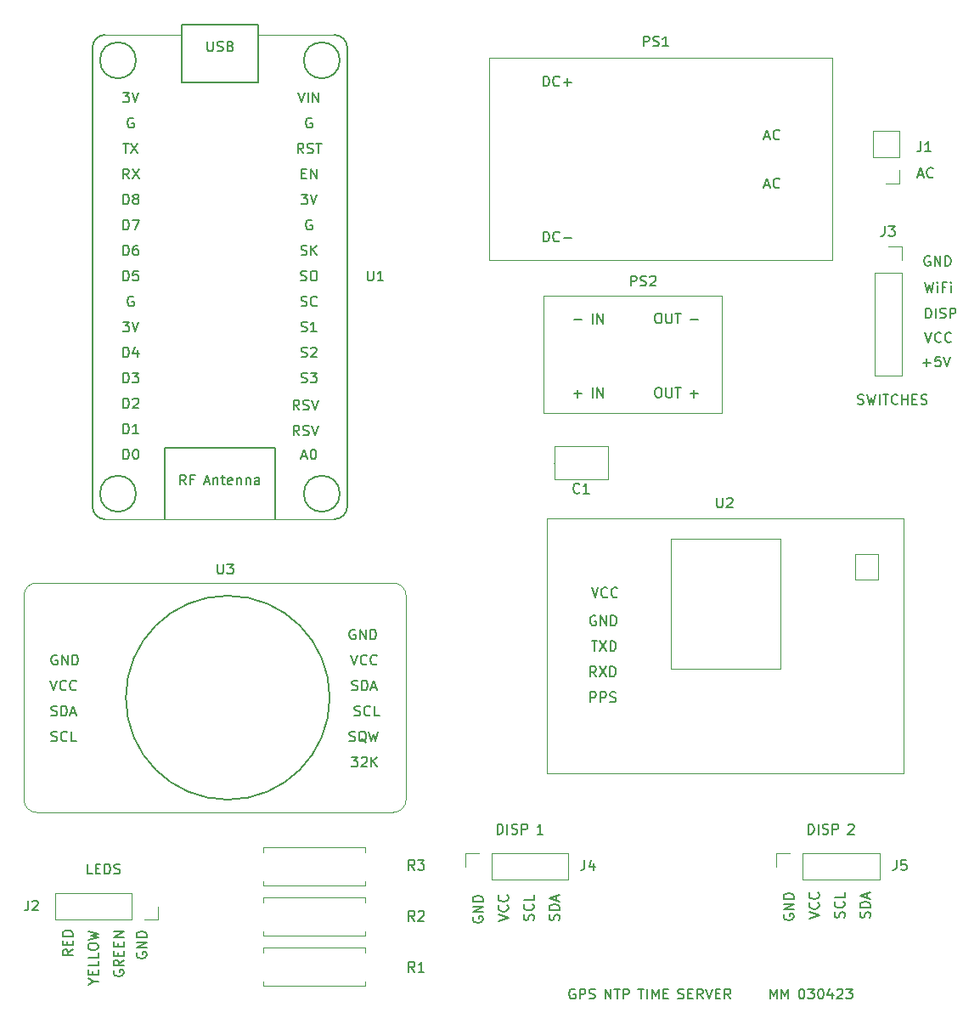
<source format=gbr>
G04 #@! TF.GenerationSoftware,KiCad,Pcbnew,(7.0.0)*
G04 #@! TF.CreationDate,2023-03-06T12:06:33-08:00*
G04 #@! TF.ProjectId,Schematic,53636865-6d61-4746-9963-2e6b69636164,01*
G04 #@! TF.SameCoordinates,Original*
G04 #@! TF.FileFunction,Legend,Top*
G04 #@! TF.FilePolarity,Positive*
%FSLAX46Y46*%
G04 Gerber Fmt 4.6, Leading zero omitted, Abs format (unit mm)*
G04 Created by KiCad (PCBNEW (7.0.0)) date 2023-03-06 12:06:33*
%MOMM*%
%LPD*%
G01*
G04 APERTURE LIST*
%ADD10C,0.150000*%
%ADD11C,0.120000*%
G04 APERTURE END LIST*
D10*
X155940095Y-69378380D02*
X155940095Y-68378380D01*
X155940095Y-68378380D02*
X156178190Y-68378380D01*
X156178190Y-68378380D02*
X156321047Y-68426000D01*
X156321047Y-68426000D02*
X156416285Y-68521238D01*
X156416285Y-68521238D02*
X156463904Y-68616476D01*
X156463904Y-68616476D02*
X156511523Y-68806952D01*
X156511523Y-68806952D02*
X156511523Y-68949809D01*
X156511523Y-68949809D02*
X156463904Y-69140285D01*
X156463904Y-69140285D02*
X156416285Y-69235523D01*
X156416285Y-69235523D02*
X156321047Y-69330761D01*
X156321047Y-69330761D02*
X156178190Y-69378380D01*
X156178190Y-69378380D02*
X155940095Y-69378380D01*
X156940095Y-69378380D02*
X156940095Y-68378380D01*
X157368666Y-69330761D02*
X157511523Y-69378380D01*
X157511523Y-69378380D02*
X157749618Y-69378380D01*
X157749618Y-69378380D02*
X157844856Y-69330761D01*
X157844856Y-69330761D02*
X157892475Y-69283142D01*
X157892475Y-69283142D02*
X157940094Y-69187904D01*
X157940094Y-69187904D02*
X157940094Y-69092666D01*
X157940094Y-69092666D02*
X157892475Y-68997428D01*
X157892475Y-68997428D02*
X157844856Y-68949809D01*
X157844856Y-68949809D02*
X157749618Y-68902190D01*
X157749618Y-68902190D02*
X157559142Y-68854571D01*
X157559142Y-68854571D02*
X157463904Y-68806952D01*
X157463904Y-68806952D02*
X157416285Y-68759333D01*
X157416285Y-68759333D02*
X157368666Y-68664095D01*
X157368666Y-68664095D02*
X157368666Y-68568857D01*
X157368666Y-68568857D02*
X157416285Y-68473619D01*
X157416285Y-68473619D02*
X157463904Y-68426000D01*
X157463904Y-68426000D02*
X157559142Y-68378380D01*
X157559142Y-68378380D02*
X157797237Y-68378380D01*
X157797237Y-68378380D02*
X157940094Y-68426000D01*
X158368666Y-69378380D02*
X158368666Y-68378380D01*
X158368666Y-68378380D02*
X158749618Y-68378380D01*
X158749618Y-68378380D02*
X158844856Y-68426000D01*
X158844856Y-68426000D02*
X158892475Y-68473619D01*
X158892475Y-68473619D02*
X158940094Y-68568857D01*
X158940094Y-68568857D02*
X158940094Y-68711714D01*
X158940094Y-68711714D02*
X158892475Y-68806952D01*
X158892475Y-68806952D02*
X158844856Y-68854571D01*
X158844856Y-68854571D02*
X158749618Y-68902190D01*
X158749618Y-68902190D02*
X158368666Y-68902190D01*
X120969904Y-136244000D02*
X120874666Y-136196380D01*
X120874666Y-136196380D02*
X120731809Y-136196380D01*
X120731809Y-136196380D02*
X120588952Y-136244000D01*
X120588952Y-136244000D02*
X120493714Y-136339238D01*
X120493714Y-136339238D02*
X120446095Y-136434476D01*
X120446095Y-136434476D02*
X120398476Y-136624952D01*
X120398476Y-136624952D02*
X120398476Y-136767809D01*
X120398476Y-136767809D02*
X120446095Y-136958285D01*
X120446095Y-136958285D02*
X120493714Y-137053523D01*
X120493714Y-137053523D02*
X120588952Y-137148761D01*
X120588952Y-137148761D02*
X120731809Y-137196380D01*
X120731809Y-137196380D02*
X120827047Y-137196380D01*
X120827047Y-137196380D02*
X120969904Y-137148761D01*
X120969904Y-137148761D02*
X121017523Y-137101142D01*
X121017523Y-137101142D02*
X121017523Y-136767809D01*
X121017523Y-136767809D02*
X120827047Y-136767809D01*
X121446095Y-137196380D02*
X121446095Y-136196380D01*
X121446095Y-136196380D02*
X121827047Y-136196380D01*
X121827047Y-136196380D02*
X121922285Y-136244000D01*
X121922285Y-136244000D02*
X121969904Y-136291619D01*
X121969904Y-136291619D02*
X122017523Y-136386857D01*
X122017523Y-136386857D02*
X122017523Y-136529714D01*
X122017523Y-136529714D02*
X121969904Y-136624952D01*
X121969904Y-136624952D02*
X121922285Y-136672571D01*
X121922285Y-136672571D02*
X121827047Y-136720190D01*
X121827047Y-136720190D02*
X121446095Y-136720190D01*
X122398476Y-137148761D02*
X122541333Y-137196380D01*
X122541333Y-137196380D02*
X122779428Y-137196380D01*
X122779428Y-137196380D02*
X122874666Y-137148761D01*
X122874666Y-137148761D02*
X122922285Y-137101142D01*
X122922285Y-137101142D02*
X122969904Y-137005904D01*
X122969904Y-137005904D02*
X122969904Y-136910666D01*
X122969904Y-136910666D02*
X122922285Y-136815428D01*
X122922285Y-136815428D02*
X122874666Y-136767809D01*
X122874666Y-136767809D02*
X122779428Y-136720190D01*
X122779428Y-136720190D02*
X122588952Y-136672571D01*
X122588952Y-136672571D02*
X122493714Y-136624952D01*
X122493714Y-136624952D02*
X122446095Y-136577333D01*
X122446095Y-136577333D02*
X122398476Y-136482095D01*
X122398476Y-136482095D02*
X122398476Y-136386857D01*
X122398476Y-136386857D02*
X122446095Y-136291619D01*
X122446095Y-136291619D02*
X122493714Y-136244000D01*
X122493714Y-136244000D02*
X122588952Y-136196380D01*
X122588952Y-136196380D02*
X122827047Y-136196380D01*
X122827047Y-136196380D02*
X122969904Y-136244000D01*
X123998476Y-137196380D02*
X123998476Y-136196380D01*
X123998476Y-136196380D02*
X124569904Y-137196380D01*
X124569904Y-137196380D02*
X124569904Y-136196380D01*
X124903238Y-136196380D02*
X125474666Y-136196380D01*
X125188952Y-137196380D02*
X125188952Y-136196380D01*
X125808000Y-137196380D02*
X125808000Y-136196380D01*
X125808000Y-136196380D02*
X126188952Y-136196380D01*
X126188952Y-136196380D02*
X126284190Y-136244000D01*
X126284190Y-136244000D02*
X126331809Y-136291619D01*
X126331809Y-136291619D02*
X126379428Y-136386857D01*
X126379428Y-136386857D02*
X126379428Y-136529714D01*
X126379428Y-136529714D02*
X126331809Y-136624952D01*
X126331809Y-136624952D02*
X126284190Y-136672571D01*
X126284190Y-136672571D02*
X126188952Y-136720190D01*
X126188952Y-136720190D02*
X125808000Y-136720190D01*
X127265143Y-136196380D02*
X127836571Y-136196380D01*
X127550857Y-137196380D02*
X127550857Y-136196380D01*
X128169905Y-137196380D02*
X128169905Y-136196380D01*
X128646095Y-137196380D02*
X128646095Y-136196380D01*
X128646095Y-136196380D02*
X128979428Y-136910666D01*
X128979428Y-136910666D02*
X129312761Y-136196380D01*
X129312761Y-136196380D02*
X129312761Y-137196380D01*
X129788952Y-136672571D02*
X130122285Y-136672571D01*
X130265142Y-137196380D02*
X129788952Y-137196380D01*
X129788952Y-137196380D02*
X129788952Y-136196380D01*
X129788952Y-136196380D02*
X130265142Y-136196380D01*
X131246095Y-137148761D02*
X131388952Y-137196380D01*
X131388952Y-137196380D02*
X131627047Y-137196380D01*
X131627047Y-137196380D02*
X131722285Y-137148761D01*
X131722285Y-137148761D02*
X131769904Y-137101142D01*
X131769904Y-137101142D02*
X131817523Y-137005904D01*
X131817523Y-137005904D02*
X131817523Y-136910666D01*
X131817523Y-136910666D02*
X131769904Y-136815428D01*
X131769904Y-136815428D02*
X131722285Y-136767809D01*
X131722285Y-136767809D02*
X131627047Y-136720190D01*
X131627047Y-136720190D02*
X131436571Y-136672571D01*
X131436571Y-136672571D02*
X131341333Y-136624952D01*
X131341333Y-136624952D02*
X131293714Y-136577333D01*
X131293714Y-136577333D02*
X131246095Y-136482095D01*
X131246095Y-136482095D02*
X131246095Y-136386857D01*
X131246095Y-136386857D02*
X131293714Y-136291619D01*
X131293714Y-136291619D02*
X131341333Y-136244000D01*
X131341333Y-136244000D02*
X131436571Y-136196380D01*
X131436571Y-136196380D02*
X131674666Y-136196380D01*
X131674666Y-136196380D02*
X131817523Y-136244000D01*
X132246095Y-136672571D02*
X132579428Y-136672571D01*
X132722285Y-137196380D02*
X132246095Y-137196380D01*
X132246095Y-137196380D02*
X132246095Y-136196380D01*
X132246095Y-136196380D02*
X132722285Y-136196380D01*
X133722285Y-137196380D02*
X133388952Y-136720190D01*
X133150857Y-137196380D02*
X133150857Y-136196380D01*
X133150857Y-136196380D02*
X133531809Y-136196380D01*
X133531809Y-136196380D02*
X133627047Y-136244000D01*
X133627047Y-136244000D02*
X133674666Y-136291619D01*
X133674666Y-136291619D02*
X133722285Y-136386857D01*
X133722285Y-136386857D02*
X133722285Y-136529714D01*
X133722285Y-136529714D02*
X133674666Y-136624952D01*
X133674666Y-136624952D02*
X133627047Y-136672571D01*
X133627047Y-136672571D02*
X133531809Y-136720190D01*
X133531809Y-136720190D02*
X133150857Y-136720190D01*
X134008000Y-136196380D02*
X134341333Y-137196380D01*
X134341333Y-137196380D02*
X134674666Y-136196380D01*
X135008000Y-136672571D02*
X135341333Y-136672571D01*
X135484190Y-137196380D02*
X135008000Y-137196380D01*
X135008000Y-137196380D02*
X135008000Y-136196380D01*
X135008000Y-136196380D02*
X135484190Y-136196380D01*
X136484190Y-137196380D02*
X136150857Y-136720190D01*
X135912762Y-137196380D02*
X135912762Y-136196380D01*
X135912762Y-136196380D02*
X136293714Y-136196380D01*
X136293714Y-136196380D02*
X136388952Y-136244000D01*
X136388952Y-136244000D02*
X136436571Y-136291619D01*
X136436571Y-136291619D02*
X136484190Y-136386857D01*
X136484190Y-136386857D02*
X136484190Y-136529714D01*
X136484190Y-136529714D02*
X136436571Y-136624952D01*
X136436571Y-136624952D02*
X136388952Y-136672571D01*
X136388952Y-136672571D02*
X136293714Y-136720190D01*
X136293714Y-136720190D02*
X135912762Y-136720190D01*
X149190476Y-77934761D02*
X149333333Y-77982380D01*
X149333333Y-77982380D02*
X149571428Y-77982380D01*
X149571428Y-77982380D02*
X149666666Y-77934761D01*
X149666666Y-77934761D02*
X149714285Y-77887142D01*
X149714285Y-77887142D02*
X149761904Y-77791904D01*
X149761904Y-77791904D02*
X149761904Y-77696666D01*
X149761904Y-77696666D02*
X149714285Y-77601428D01*
X149714285Y-77601428D02*
X149666666Y-77553809D01*
X149666666Y-77553809D02*
X149571428Y-77506190D01*
X149571428Y-77506190D02*
X149380952Y-77458571D01*
X149380952Y-77458571D02*
X149285714Y-77410952D01*
X149285714Y-77410952D02*
X149238095Y-77363333D01*
X149238095Y-77363333D02*
X149190476Y-77268095D01*
X149190476Y-77268095D02*
X149190476Y-77172857D01*
X149190476Y-77172857D02*
X149238095Y-77077619D01*
X149238095Y-77077619D02*
X149285714Y-77030000D01*
X149285714Y-77030000D02*
X149380952Y-76982380D01*
X149380952Y-76982380D02*
X149619047Y-76982380D01*
X149619047Y-76982380D02*
X149761904Y-77030000D01*
X150095238Y-76982380D02*
X150333333Y-77982380D01*
X150333333Y-77982380D02*
X150523809Y-77268095D01*
X150523809Y-77268095D02*
X150714285Y-77982380D01*
X150714285Y-77982380D02*
X150952381Y-76982380D01*
X151333333Y-77982380D02*
X151333333Y-76982380D01*
X151666666Y-76982380D02*
X152238094Y-76982380D01*
X151952380Y-77982380D02*
X151952380Y-76982380D01*
X153142856Y-77887142D02*
X153095237Y-77934761D01*
X153095237Y-77934761D02*
X152952380Y-77982380D01*
X152952380Y-77982380D02*
X152857142Y-77982380D01*
X152857142Y-77982380D02*
X152714285Y-77934761D01*
X152714285Y-77934761D02*
X152619047Y-77839523D01*
X152619047Y-77839523D02*
X152571428Y-77744285D01*
X152571428Y-77744285D02*
X152523809Y-77553809D01*
X152523809Y-77553809D02*
X152523809Y-77410952D01*
X152523809Y-77410952D02*
X152571428Y-77220476D01*
X152571428Y-77220476D02*
X152619047Y-77125238D01*
X152619047Y-77125238D02*
X152714285Y-77030000D01*
X152714285Y-77030000D02*
X152857142Y-76982380D01*
X152857142Y-76982380D02*
X152952380Y-76982380D01*
X152952380Y-76982380D02*
X153095237Y-77030000D01*
X153095237Y-77030000D02*
X153142856Y-77077619D01*
X153571428Y-77982380D02*
X153571428Y-76982380D01*
X153571428Y-77458571D02*
X154142856Y-77458571D01*
X154142856Y-77982380D02*
X154142856Y-76982380D01*
X154619047Y-77458571D02*
X154952380Y-77458571D01*
X155095237Y-77982380D02*
X154619047Y-77982380D01*
X154619047Y-77982380D02*
X154619047Y-76982380D01*
X154619047Y-76982380D02*
X155095237Y-76982380D01*
X155476190Y-77934761D02*
X155619047Y-77982380D01*
X155619047Y-77982380D02*
X155857142Y-77982380D01*
X155857142Y-77982380D02*
X155952380Y-77934761D01*
X155952380Y-77934761D02*
X155999999Y-77887142D01*
X155999999Y-77887142D02*
X156047618Y-77791904D01*
X156047618Y-77791904D02*
X156047618Y-77696666D01*
X156047618Y-77696666D02*
X155999999Y-77601428D01*
X155999999Y-77601428D02*
X155952380Y-77553809D01*
X155952380Y-77553809D02*
X155857142Y-77506190D01*
X155857142Y-77506190D02*
X155666666Y-77458571D01*
X155666666Y-77458571D02*
X155571428Y-77410952D01*
X155571428Y-77410952D02*
X155523809Y-77363333D01*
X155523809Y-77363333D02*
X155476190Y-77268095D01*
X155476190Y-77268095D02*
X155476190Y-77172857D01*
X155476190Y-77172857D02*
X155523809Y-77077619D01*
X155523809Y-77077619D02*
X155571428Y-77030000D01*
X155571428Y-77030000D02*
X155666666Y-76982380D01*
X155666666Y-76982380D02*
X155904761Y-76982380D01*
X155904761Y-76982380D02*
X156047618Y-77030000D01*
X110844000Y-129032095D02*
X110796380Y-129127333D01*
X110796380Y-129127333D02*
X110796380Y-129270190D01*
X110796380Y-129270190D02*
X110844000Y-129413047D01*
X110844000Y-129413047D02*
X110939238Y-129508285D01*
X110939238Y-129508285D02*
X111034476Y-129555904D01*
X111034476Y-129555904D02*
X111224952Y-129603523D01*
X111224952Y-129603523D02*
X111367809Y-129603523D01*
X111367809Y-129603523D02*
X111558285Y-129555904D01*
X111558285Y-129555904D02*
X111653523Y-129508285D01*
X111653523Y-129508285D02*
X111748761Y-129413047D01*
X111748761Y-129413047D02*
X111796380Y-129270190D01*
X111796380Y-129270190D02*
X111796380Y-129174952D01*
X111796380Y-129174952D02*
X111748761Y-129032095D01*
X111748761Y-129032095D02*
X111701142Y-128984476D01*
X111701142Y-128984476D02*
X111367809Y-128984476D01*
X111367809Y-128984476D02*
X111367809Y-129174952D01*
X111796380Y-128555904D02*
X110796380Y-128555904D01*
X110796380Y-128555904D02*
X111796380Y-127984476D01*
X111796380Y-127984476D02*
X110796380Y-127984476D01*
X111796380Y-127508285D02*
X110796380Y-127508285D01*
X110796380Y-127508285D02*
X110796380Y-127270190D01*
X110796380Y-127270190D02*
X110844000Y-127127333D01*
X110844000Y-127127333D02*
X110939238Y-127032095D01*
X110939238Y-127032095D02*
X111034476Y-126984476D01*
X111034476Y-126984476D02*
X111224952Y-126936857D01*
X111224952Y-126936857D02*
X111367809Y-126936857D01*
X111367809Y-126936857D02*
X111558285Y-126984476D01*
X111558285Y-126984476D02*
X111653523Y-127032095D01*
X111653523Y-127032095D02*
X111748761Y-127127333D01*
X111748761Y-127127333D02*
X111796380Y-127270190D01*
X111796380Y-127270190D02*
X111796380Y-127508285D01*
X70902380Y-132286476D02*
X70426190Y-132619809D01*
X70902380Y-132857904D02*
X69902380Y-132857904D01*
X69902380Y-132857904D02*
X69902380Y-132476952D01*
X69902380Y-132476952D02*
X69950000Y-132381714D01*
X69950000Y-132381714D02*
X69997619Y-132334095D01*
X69997619Y-132334095D02*
X70092857Y-132286476D01*
X70092857Y-132286476D02*
X70235714Y-132286476D01*
X70235714Y-132286476D02*
X70330952Y-132334095D01*
X70330952Y-132334095D02*
X70378571Y-132381714D01*
X70378571Y-132381714D02*
X70426190Y-132476952D01*
X70426190Y-132476952D02*
X70426190Y-132857904D01*
X70378571Y-131857904D02*
X70378571Y-131524571D01*
X70902380Y-131381714D02*
X70902380Y-131857904D01*
X70902380Y-131857904D02*
X69902380Y-131857904D01*
X69902380Y-131857904D02*
X69902380Y-131381714D01*
X70902380Y-130953142D02*
X69902380Y-130953142D01*
X69902380Y-130953142D02*
X69902380Y-130715047D01*
X69902380Y-130715047D02*
X69950000Y-130572190D01*
X69950000Y-130572190D02*
X70045238Y-130476952D01*
X70045238Y-130476952D02*
X70140476Y-130429333D01*
X70140476Y-130429333D02*
X70330952Y-130381714D01*
X70330952Y-130381714D02*
X70473809Y-130381714D01*
X70473809Y-130381714D02*
X70664285Y-130429333D01*
X70664285Y-130429333D02*
X70759523Y-130476952D01*
X70759523Y-130476952D02*
X70854761Y-130572190D01*
X70854761Y-130572190D02*
X70902380Y-130715047D01*
X70902380Y-130715047D02*
X70902380Y-130953142D01*
X141832000Y-128778095D02*
X141784380Y-128873333D01*
X141784380Y-128873333D02*
X141784380Y-129016190D01*
X141784380Y-129016190D02*
X141832000Y-129159047D01*
X141832000Y-129159047D02*
X141927238Y-129254285D01*
X141927238Y-129254285D02*
X142022476Y-129301904D01*
X142022476Y-129301904D02*
X142212952Y-129349523D01*
X142212952Y-129349523D02*
X142355809Y-129349523D01*
X142355809Y-129349523D02*
X142546285Y-129301904D01*
X142546285Y-129301904D02*
X142641523Y-129254285D01*
X142641523Y-129254285D02*
X142736761Y-129159047D01*
X142736761Y-129159047D02*
X142784380Y-129016190D01*
X142784380Y-129016190D02*
X142784380Y-128920952D01*
X142784380Y-128920952D02*
X142736761Y-128778095D01*
X142736761Y-128778095D02*
X142689142Y-128730476D01*
X142689142Y-128730476D02*
X142355809Y-128730476D01*
X142355809Y-128730476D02*
X142355809Y-128920952D01*
X142784380Y-128301904D02*
X141784380Y-128301904D01*
X141784380Y-128301904D02*
X142784380Y-127730476D01*
X142784380Y-127730476D02*
X141784380Y-127730476D01*
X142784380Y-127254285D02*
X141784380Y-127254285D01*
X141784380Y-127254285D02*
X141784380Y-127016190D01*
X141784380Y-127016190D02*
X141832000Y-126873333D01*
X141832000Y-126873333D02*
X141927238Y-126778095D01*
X141927238Y-126778095D02*
X142022476Y-126730476D01*
X142022476Y-126730476D02*
X142212952Y-126682857D01*
X142212952Y-126682857D02*
X142355809Y-126682857D01*
X142355809Y-126682857D02*
X142546285Y-126730476D01*
X142546285Y-126730476D02*
X142641523Y-126778095D01*
X142641523Y-126778095D02*
X142736761Y-126873333D01*
X142736761Y-126873333D02*
X142784380Y-127016190D01*
X142784380Y-127016190D02*
X142784380Y-127254285D01*
X155686095Y-73823428D02*
X156448000Y-73823428D01*
X156067047Y-74204380D02*
X156067047Y-73442476D01*
X157400380Y-73204380D02*
X156924190Y-73204380D01*
X156924190Y-73204380D02*
X156876571Y-73680571D01*
X156876571Y-73680571D02*
X156924190Y-73632952D01*
X156924190Y-73632952D02*
X157019428Y-73585333D01*
X157019428Y-73585333D02*
X157257523Y-73585333D01*
X157257523Y-73585333D02*
X157352761Y-73632952D01*
X157352761Y-73632952D02*
X157400380Y-73680571D01*
X157400380Y-73680571D02*
X157447999Y-73775809D01*
X157447999Y-73775809D02*
X157447999Y-74013904D01*
X157447999Y-74013904D02*
X157400380Y-74109142D01*
X157400380Y-74109142D02*
X157352761Y-74156761D01*
X157352761Y-74156761D02*
X157257523Y-74204380D01*
X157257523Y-74204380D02*
X157019428Y-74204380D01*
X157019428Y-74204380D02*
X156924190Y-74156761D01*
X156924190Y-74156761D02*
X156876571Y-74109142D01*
X157733714Y-73204380D02*
X158067047Y-74204380D01*
X158067047Y-74204380D02*
X158400380Y-73204380D01*
X144238095Y-120782380D02*
X144238095Y-119782380D01*
X144238095Y-119782380D02*
X144476190Y-119782380D01*
X144476190Y-119782380D02*
X144619047Y-119830000D01*
X144619047Y-119830000D02*
X144714285Y-119925238D01*
X144714285Y-119925238D02*
X144761904Y-120020476D01*
X144761904Y-120020476D02*
X144809523Y-120210952D01*
X144809523Y-120210952D02*
X144809523Y-120353809D01*
X144809523Y-120353809D02*
X144761904Y-120544285D01*
X144761904Y-120544285D02*
X144714285Y-120639523D01*
X144714285Y-120639523D02*
X144619047Y-120734761D01*
X144619047Y-120734761D02*
X144476190Y-120782380D01*
X144476190Y-120782380D02*
X144238095Y-120782380D01*
X145238095Y-120782380D02*
X145238095Y-119782380D01*
X145666666Y-120734761D02*
X145809523Y-120782380D01*
X145809523Y-120782380D02*
X146047618Y-120782380D01*
X146047618Y-120782380D02*
X146142856Y-120734761D01*
X146142856Y-120734761D02*
X146190475Y-120687142D01*
X146190475Y-120687142D02*
X146238094Y-120591904D01*
X146238094Y-120591904D02*
X146238094Y-120496666D01*
X146238094Y-120496666D02*
X146190475Y-120401428D01*
X146190475Y-120401428D02*
X146142856Y-120353809D01*
X146142856Y-120353809D02*
X146047618Y-120306190D01*
X146047618Y-120306190D02*
X145857142Y-120258571D01*
X145857142Y-120258571D02*
X145761904Y-120210952D01*
X145761904Y-120210952D02*
X145714285Y-120163333D01*
X145714285Y-120163333D02*
X145666666Y-120068095D01*
X145666666Y-120068095D02*
X145666666Y-119972857D01*
X145666666Y-119972857D02*
X145714285Y-119877619D01*
X145714285Y-119877619D02*
X145761904Y-119830000D01*
X145761904Y-119830000D02*
X145857142Y-119782380D01*
X145857142Y-119782380D02*
X146095237Y-119782380D01*
X146095237Y-119782380D02*
X146238094Y-119830000D01*
X146666666Y-120782380D02*
X146666666Y-119782380D01*
X146666666Y-119782380D02*
X147047618Y-119782380D01*
X147047618Y-119782380D02*
X147142856Y-119830000D01*
X147142856Y-119830000D02*
X147190475Y-119877619D01*
X147190475Y-119877619D02*
X147238094Y-119972857D01*
X147238094Y-119972857D02*
X147238094Y-120115714D01*
X147238094Y-120115714D02*
X147190475Y-120210952D01*
X147190475Y-120210952D02*
X147142856Y-120258571D01*
X147142856Y-120258571D02*
X147047618Y-120306190D01*
X147047618Y-120306190D02*
X146666666Y-120306190D01*
X148219047Y-119877619D02*
X148266666Y-119830000D01*
X148266666Y-119830000D02*
X148361904Y-119782380D01*
X148361904Y-119782380D02*
X148599999Y-119782380D01*
X148599999Y-119782380D02*
X148695237Y-119830000D01*
X148695237Y-119830000D02*
X148742856Y-119877619D01*
X148742856Y-119877619D02*
X148790475Y-119972857D01*
X148790475Y-119972857D02*
X148790475Y-120068095D01*
X148790475Y-120068095D02*
X148742856Y-120210952D01*
X148742856Y-120210952D02*
X148171428Y-120782380D01*
X148171428Y-120782380D02*
X148790475Y-120782380D01*
X77316000Y-132588095D02*
X77268380Y-132683333D01*
X77268380Y-132683333D02*
X77268380Y-132826190D01*
X77268380Y-132826190D02*
X77316000Y-132969047D01*
X77316000Y-132969047D02*
X77411238Y-133064285D01*
X77411238Y-133064285D02*
X77506476Y-133111904D01*
X77506476Y-133111904D02*
X77696952Y-133159523D01*
X77696952Y-133159523D02*
X77839809Y-133159523D01*
X77839809Y-133159523D02*
X78030285Y-133111904D01*
X78030285Y-133111904D02*
X78125523Y-133064285D01*
X78125523Y-133064285D02*
X78220761Y-132969047D01*
X78220761Y-132969047D02*
X78268380Y-132826190D01*
X78268380Y-132826190D02*
X78268380Y-132730952D01*
X78268380Y-132730952D02*
X78220761Y-132588095D01*
X78220761Y-132588095D02*
X78173142Y-132540476D01*
X78173142Y-132540476D02*
X77839809Y-132540476D01*
X77839809Y-132540476D02*
X77839809Y-132730952D01*
X78268380Y-132111904D02*
X77268380Y-132111904D01*
X77268380Y-132111904D02*
X78268380Y-131540476D01*
X78268380Y-131540476D02*
X77268380Y-131540476D01*
X78268380Y-131064285D02*
X77268380Y-131064285D01*
X77268380Y-131064285D02*
X77268380Y-130826190D01*
X77268380Y-130826190D02*
X77316000Y-130683333D01*
X77316000Y-130683333D02*
X77411238Y-130588095D01*
X77411238Y-130588095D02*
X77506476Y-130540476D01*
X77506476Y-130540476D02*
X77696952Y-130492857D01*
X77696952Y-130492857D02*
X77839809Y-130492857D01*
X77839809Y-130492857D02*
X78030285Y-130540476D01*
X78030285Y-130540476D02*
X78125523Y-130588095D01*
X78125523Y-130588095D02*
X78220761Y-130683333D01*
X78220761Y-130683333D02*
X78268380Y-130826190D01*
X78268380Y-130826190D02*
X78268380Y-131064285D01*
X155190476Y-55096666D02*
X155666666Y-55096666D01*
X155095238Y-55382380D02*
X155428571Y-54382380D01*
X155428571Y-54382380D02*
X155761904Y-55382380D01*
X156666666Y-55287142D02*
X156619047Y-55334761D01*
X156619047Y-55334761D02*
X156476190Y-55382380D01*
X156476190Y-55382380D02*
X156380952Y-55382380D01*
X156380952Y-55382380D02*
X156238095Y-55334761D01*
X156238095Y-55334761D02*
X156142857Y-55239523D01*
X156142857Y-55239523D02*
X156095238Y-55144285D01*
X156095238Y-55144285D02*
X156047619Y-54953809D01*
X156047619Y-54953809D02*
X156047619Y-54810952D01*
X156047619Y-54810952D02*
X156095238Y-54620476D01*
X156095238Y-54620476D02*
X156142857Y-54525238D01*
X156142857Y-54525238D02*
X156238095Y-54430000D01*
X156238095Y-54430000D02*
X156380952Y-54382380D01*
X156380952Y-54382380D02*
X156476190Y-54382380D01*
X156476190Y-54382380D02*
X156619047Y-54430000D01*
X156619047Y-54430000D02*
X156666666Y-54477619D01*
X113336380Y-129444761D02*
X114336380Y-129111428D01*
X114336380Y-129111428D02*
X113336380Y-128778095D01*
X114241142Y-127873333D02*
X114288761Y-127920952D01*
X114288761Y-127920952D02*
X114336380Y-128063809D01*
X114336380Y-128063809D02*
X114336380Y-128159047D01*
X114336380Y-128159047D02*
X114288761Y-128301904D01*
X114288761Y-128301904D02*
X114193523Y-128397142D01*
X114193523Y-128397142D02*
X114098285Y-128444761D01*
X114098285Y-128444761D02*
X113907809Y-128492380D01*
X113907809Y-128492380D02*
X113764952Y-128492380D01*
X113764952Y-128492380D02*
X113574476Y-128444761D01*
X113574476Y-128444761D02*
X113479238Y-128397142D01*
X113479238Y-128397142D02*
X113384000Y-128301904D01*
X113384000Y-128301904D02*
X113336380Y-128159047D01*
X113336380Y-128159047D02*
X113336380Y-128063809D01*
X113336380Y-128063809D02*
X113384000Y-127920952D01*
X113384000Y-127920952D02*
X113431619Y-127873333D01*
X114241142Y-126873333D02*
X114288761Y-126920952D01*
X114288761Y-126920952D02*
X114336380Y-127063809D01*
X114336380Y-127063809D02*
X114336380Y-127159047D01*
X114336380Y-127159047D02*
X114288761Y-127301904D01*
X114288761Y-127301904D02*
X114193523Y-127397142D01*
X114193523Y-127397142D02*
X114098285Y-127444761D01*
X114098285Y-127444761D02*
X113907809Y-127492380D01*
X113907809Y-127492380D02*
X113764952Y-127492380D01*
X113764952Y-127492380D02*
X113574476Y-127444761D01*
X113574476Y-127444761D02*
X113479238Y-127397142D01*
X113479238Y-127397142D02*
X113384000Y-127301904D01*
X113384000Y-127301904D02*
X113336380Y-127159047D01*
X113336380Y-127159047D02*
X113336380Y-127063809D01*
X113336380Y-127063809D02*
X113384000Y-126920952D01*
X113384000Y-126920952D02*
X113431619Y-126873333D01*
X140446095Y-137196380D02*
X140446095Y-136196380D01*
X140446095Y-136196380D02*
X140779428Y-136910666D01*
X140779428Y-136910666D02*
X141112761Y-136196380D01*
X141112761Y-136196380D02*
X141112761Y-137196380D01*
X141588952Y-137196380D02*
X141588952Y-136196380D01*
X141588952Y-136196380D02*
X141922285Y-136910666D01*
X141922285Y-136910666D02*
X142255618Y-136196380D01*
X142255618Y-136196380D02*
X142255618Y-137196380D01*
X143522285Y-136196380D02*
X143617523Y-136196380D01*
X143617523Y-136196380D02*
X143712761Y-136244000D01*
X143712761Y-136244000D02*
X143760380Y-136291619D01*
X143760380Y-136291619D02*
X143807999Y-136386857D01*
X143807999Y-136386857D02*
X143855618Y-136577333D01*
X143855618Y-136577333D02*
X143855618Y-136815428D01*
X143855618Y-136815428D02*
X143807999Y-137005904D01*
X143807999Y-137005904D02*
X143760380Y-137101142D01*
X143760380Y-137101142D02*
X143712761Y-137148761D01*
X143712761Y-137148761D02*
X143617523Y-137196380D01*
X143617523Y-137196380D02*
X143522285Y-137196380D01*
X143522285Y-137196380D02*
X143427047Y-137148761D01*
X143427047Y-137148761D02*
X143379428Y-137101142D01*
X143379428Y-137101142D02*
X143331809Y-137005904D01*
X143331809Y-137005904D02*
X143284190Y-136815428D01*
X143284190Y-136815428D02*
X143284190Y-136577333D01*
X143284190Y-136577333D02*
X143331809Y-136386857D01*
X143331809Y-136386857D02*
X143379428Y-136291619D01*
X143379428Y-136291619D02*
X143427047Y-136244000D01*
X143427047Y-136244000D02*
X143522285Y-136196380D01*
X144188952Y-136196380D02*
X144807999Y-136196380D01*
X144807999Y-136196380D02*
X144474666Y-136577333D01*
X144474666Y-136577333D02*
X144617523Y-136577333D01*
X144617523Y-136577333D02*
X144712761Y-136624952D01*
X144712761Y-136624952D02*
X144760380Y-136672571D01*
X144760380Y-136672571D02*
X144807999Y-136767809D01*
X144807999Y-136767809D02*
X144807999Y-137005904D01*
X144807999Y-137005904D02*
X144760380Y-137101142D01*
X144760380Y-137101142D02*
X144712761Y-137148761D01*
X144712761Y-137148761D02*
X144617523Y-137196380D01*
X144617523Y-137196380D02*
X144331809Y-137196380D01*
X144331809Y-137196380D02*
X144236571Y-137148761D01*
X144236571Y-137148761D02*
X144188952Y-137101142D01*
X145427047Y-136196380D02*
X145522285Y-136196380D01*
X145522285Y-136196380D02*
X145617523Y-136244000D01*
X145617523Y-136244000D02*
X145665142Y-136291619D01*
X145665142Y-136291619D02*
X145712761Y-136386857D01*
X145712761Y-136386857D02*
X145760380Y-136577333D01*
X145760380Y-136577333D02*
X145760380Y-136815428D01*
X145760380Y-136815428D02*
X145712761Y-137005904D01*
X145712761Y-137005904D02*
X145665142Y-137101142D01*
X145665142Y-137101142D02*
X145617523Y-137148761D01*
X145617523Y-137148761D02*
X145522285Y-137196380D01*
X145522285Y-137196380D02*
X145427047Y-137196380D01*
X145427047Y-137196380D02*
X145331809Y-137148761D01*
X145331809Y-137148761D02*
X145284190Y-137101142D01*
X145284190Y-137101142D02*
X145236571Y-137005904D01*
X145236571Y-137005904D02*
X145188952Y-136815428D01*
X145188952Y-136815428D02*
X145188952Y-136577333D01*
X145188952Y-136577333D02*
X145236571Y-136386857D01*
X145236571Y-136386857D02*
X145284190Y-136291619D01*
X145284190Y-136291619D02*
X145331809Y-136244000D01*
X145331809Y-136244000D02*
X145427047Y-136196380D01*
X146617523Y-136529714D02*
X146617523Y-137196380D01*
X146379428Y-136148761D02*
X146141333Y-136863047D01*
X146141333Y-136863047D02*
X146760380Y-136863047D01*
X147093714Y-136291619D02*
X147141333Y-136244000D01*
X147141333Y-136244000D02*
X147236571Y-136196380D01*
X147236571Y-136196380D02*
X147474666Y-136196380D01*
X147474666Y-136196380D02*
X147569904Y-136244000D01*
X147569904Y-136244000D02*
X147617523Y-136291619D01*
X147617523Y-136291619D02*
X147665142Y-136386857D01*
X147665142Y-136386857D02*
X147665142Y-136482095D01*
X147665142Y-136482095D02*
X147617523Y-136624952D01*
X147617523Y-136624952D02*
X147046095Y-137196380D01*
X147046095Y-137196380D02*
X147665142Y-137196380D01*
X147998476Y-136196380D02*
X148617523Y-136196380D01*
X148617523Y-136196380D02*
X148284190Y-136577333D01*
X148284190Y-136577333D02*
X148427047Y-136577333D01*
X148427047Y-136577333D02*
X148522285Y-136624952D01*
X148522285Y-136624952D02*
X148569904Y-136672571D01*
X148569904Y-136672571D02*
X148617523Y-136767809D01*
X148617523Y-136767809D02*
X148617523Y-137005904D01*
X148617523Y-137005904D02*
X148569904Y-137101142D01*
X148569904Y-137101142D02*
X148522285Y-137148761D01*
X148522285Y-137148761D02*
X148427047Y-137196380D01*
X148427047Y-137196380D02*
X148141333Y-137196380D01*
X148141333Y-137196380D02*
X148046095Y-137148761D01*
X148046095Y-137148761D02*
X147998476Y-137101142D01*
X155895238Y-70782380D02*
X156228571Y-71782380D01*
X156228571Y-71782380D02*
X156561904Y-70782380D01*
X157466666Y-71687142D02*
X157419047Y-71734761D01*
X157419047Y-71734761D02*
X157276190Y-71782380D01*
X157276190Y-71782380D02*
X157180952Y-71782380D01*
X157180952Y-71782380D02*
X157038095Y-71734761D01*
X157038095Y-71734761D02*
X156942857Y-71639523D01*
X156942857Y-71639523D02*
X156895238Y-71544285D01*
X156895238Y-71544285D02*
X156847619Y-71353809D01*
X156847619Y-71353809D02*
X156847619Y-71210952D01*
X156847619Y-71210952D02*
X156895238Y-71020476D01*
X156895238Y-71020476D02*
X156942857Y-70925238D01*
X156942857Y-70925238D02*
X157038095Y-70830000D01*
X157038095Y-70830000D02*
X157180952Y-70782380D01*
X157180952Y-70782380D02*
X157276190Y-70782380D01*
X157276190Y-70782380D02*
X157419047Y-70830000D01*
X157419047Y-70830000D02*
X157466666Y-70877619D01*
X158466666Y-71687142D02*
X158419047Y-71734761D01*
X158419047Y-71734761D02*
X158276190Y-71782380D01*
X158276190Y-71782380D02*
X158180952Y-71782380D01*
X158180952Y-71782380D02*
X158038095Y-71734761D01*
X158038095Y-71734761D02*
X157942857Y-71639523D01*
X157942857Y-71639523D02*
X157895238Y-71544285D01*
X157895238Y-71544285D02*
X157847619Y-71353809D01*
X157847619Y-71353809D02*
X157847619Y-71210952D01*
X157847619Y-71210952D02*
X157895238Y-71020476D01*
X157895238Y-71020476D02*
X157942857Y-70925238D01*
X157942857Y-70925238D02*
X158038095Y-70830000D01*
X158038095Y-70830000D02*
X158180952Y-70782380D01*
X158180952Y-70782380D02*
X158276190Y-70782380D01*
X158276190Y-70782380D02*
X158419047Y-70830000D01*
X158419047Y-70830000D02*
X158466666Y-70877619D01*
X119368761Y-129349523D02*
X119416380Y-129206666D01*
X119416380Y-129206666D02*
X119416380Y-128968571D01*
X119416380Y-128968571D02*
X119368761Y-128873333D01*
X119368761Y-128873333D02*
X119321142Y-128825714D01*
X119321142Y-128825714D02*
X119225904Y-128778095D01*
X119225904Y-128778095D02*
X119130666Y-128778095D01*
X119130666Y-128778095D02*
X119035428Y-128825714D01*
X119035428Y-128825714D02*
X118987809Y-128873333D01*
X118987809Y-128873333D02*
X118940190Y-128968571D01*
X118940190Y-128968571D02*
X118892571Y-129159047D01*
X118892571Y-129159047D02*
X118844952Y-129254285D01*
X118844952Y-129254285D02*
X118797333Y-129301904D01*
X118797333Y-129301904D02*
X118702095Y-129349523D01*
X118702095Y-129349523D02*
X118606857Y-129349523D01*
X118606857Y-129349523D02*
X118511619Y-129301904D01*
X118511619Y-129301904D02*
X118464000Y-129254285D01*
X118464000Y-129254285D02*
X118416380Y-129159047D01*
X118416380Y-129159047D02*
X118416380Y-128920952D01*
X118416380Y-128920952D02*
X118464000Y-128778095D01*
X119416380Y-128349523D02*
X118416380Y-128349523D01*
X118416380Y-128349523D02*
X118416380Y-128111428D01*
X118416380Y-128111428D02*
X118464000Y-127968571D01*
X118464000Y-127968571D02*
X118559238Y-127873333D01*
X118559238Y-127873333D02*
X118654476Y-127825714D01*
X118654476Y-127825714D02*
X118844952Y-127778095D01*
X118844952Y-127778095D02*
X118987809Y-127778095D01*
X118987809Y-127778095D02*
X119178285Y-127825714D01*
X119178285Y-127825714D02*
X119273523Y-127873333D01*
X119273523Y-127873333D02*
X119368761Y-127968571D01*
X119368761Y-127968571D02*
X119416380Y-128111428D01*
X119416380Y-128111428D02*
X119416380Y-128349523D01*
X119130666Y-127397142D02*
X119130666Y-126920952D01*
X119416380Y-127492380D02*
X118416380Y-127159047D01*
X118416380Y-127159047D02*
X119416380Y-126825714D01*
X147816761Y-129095523D02*
X147864380Y-128952666D01*
X147864380Y-128952666D02*
X147864380Y-128714571D01*
X147864380Y-128714571D02*
X147816761Y-128619333D01*
X147816761Y-128619333D02*
X147769142Y-128571714D01*
X147769142Y-128571714D02*
X147673904Y-128524095D01*
X147673904Y-128524095D02*
X147578666Y-128524095D01*
X147578666Y-128524095D02*
X147483428Y-128571714D01*
X147483428Y-128571714D02*
X147435809Y-128619333D01*
X147435809Y-128619333D02*
X147388190Y-128714571D01*
X147388190Y-128714571D02*
X147340571Y-128905047D01*
X147340571Y-128905047D02*
X147292952Y-129000285D01*
X147292952Y-129000285D02*
X147245333Y-129047904D01*
X147245333Y-129047904D02*
X147150095Y-129095523D01*
X147150095Y-129095523D02*
X147054857Y-129095523D01*
X147054857Y-129095523D02*
X146959619Y-129047904D01*
X146959619Y-129047904D02*
X146912000Y-129000285D01*
X146912000Y-129000285D02*
X146864380Y-128905047D01*
X146864380Y-128905047D02*
X146864380Y-128666952D01*
X146864380Y-128666952D02*
X146912000Y-128524095D01*
X147769142Y-127524095D02*
X147816761Y-127571714D01*
X147816761Y-127571714D02*
X147864380Y-127714571D01*
X147864380Y-127714571D02*
X147864380Y-127809809D01*
X147864380Y-127809809D02*
X147816761Y-127952666D01*
X147816761Y-127952666D02*
X147721523Y-128047904D01*
X147721523Y-128047904D02*
X147626285Y-128095523D01*
X147626285Y-128095523D02*
X147435809Y-128143142D01*
X147435809Y-128143142D02*
X147292952Y-128143142D01*
X147292952Y-128143142D02*
X147102476Y-128095523D01*
X147102476Y-128095523D02*
X147007238Y-128047904D01*
X147007238Y-128047904D02*
X146912000Y-127952666D01*
X146912000Y-127952666D02*
X146864380Y-127809809D01*
X146864380Y-127809809D02*
X146864380Y-127714571D01*
X146864380Y-127714571D02*
X146912000Y-127571714D01*
X146912000Y-127571714D02*
X146959619Y-127524095D01*
X147864380Y-126619333D02*
X147864380Y-127095523D01*
X147864380Y-127095523D02*
X146864380Y-127095523D01*
X75030000Y-134366095D02*
X74982380Y-134461333D01*
X74982380Y-134461333D02*
X74982380Y-134604190D01*
X74982380Y-134604190D02*
X75030000Y-134747047D01*
X75030000Y-134747047D02*
X75125238Y-134842285D01*
X75125238Y-134842285D02*
X75220476Y-134889904D01*
X75220476Y-134889904D02*
X75410952Y-134937523D01*
X75410952Y-134937523D02*
X75553809Y-134937523D01*
X75553809Y-134937523D02*
X75744285Y-134889904D01*
X75744285Y-134889904D02*
X75839523Y-134842285D01*
X75839523Y-134842285D02*
X75934761Y-134747047D01*
X75934761Y-134747047D02*
X75982380Y-134604190D01*
X75982380Y-134604190D02*
X75982380Y-134508952D01*
X75982380Y-134508952D02*
X75934761Y-134366095D01*
X75934761Y-134366095D02*
X75887142Y-134318476D01*
X75887142Y-134318476D02*
X75553809Y-134318476D01*
X75553809Y-134318476D02*
X75553809Y-134508952D01*
X75982380Y-133318476D02*
X75506190Y-133651809D01*
X75982380Y-133889904D02*
X74982380Y-133889904D01*
X74982380Y-133889904D02*
X74982380Y-133508952D01*
X74982380Y-133508952D02*
X75030000Y-133413714D01*
X75030000Y-133413714D02*
X75077619Y-133366095D01*
X75077619Y-133366095D02*
X75172857Y-133318476D01*
X75172857Y-133318476D02*
X75315714Y-133318476D01*
X75315714Y-133318476D02*
X75410952Y-133366095D01*
X75410952Y-133366095D02*
X75458571Y-133413714D01*
X75458571Y-133413714D02*
X75506190Y-133508952D01*
X75506190Y-133508952D02*
X75506190Y-133889904D01*
X75458571Y-132889904D02*
X75458571Y-132556571D01*
X75982380Y-132413714D02*
X75982380Y-132889904D01*
X75982380Y-132889904D02*
X74982380Y-132889904D01*
X74982380Y-132889904D02*
X74982380Y-132413714D01*
X75458571Y-131985142D02*
X75458571Y-131651809D01*
X75982380Y-131508952D02*
X75982380Y-131985142D01*
X75982380Y-131985142D02*
X74982380Y-131985142D01*
X74982380Y-131985142D02*
X74982380Y-131508952D01*
X75982380Y-131080380D02*
X74982380Y-131080380D01*
X74982380Y-131080380D02*
X75982380Y-130508952D01*
X75982380Y-130508952D02*
X74982380Y-130508952D01*
X144324380Y-129190761D02*
X145324380Y-128857428D01*
X145324380Y-128857428D02*
X144324380Y-128524095D01*
X145229142Y-127619333D02*
X145276761Y-127666952D01*
X145276761Y-127666952D02*
X145324380Y-127809809D01*
X145324380Y-127809809D02*
X145324380Y-127905047D01*
X145324380Y-127905047D02*
X145276761Y-128047904D01*
X145276761Y-128047904D02*
X145181523Y-128143142D01*
X145181523Y-128143142D02*
X145086285Y-128190761D01*
X145086285Y-128190761D02*
X144895809Y-128238380D01*
X144895809Y-128238380D02*
X144752952Y-128238380D01*
X144752952Y-128238380D02*
X144562476Y-128190761D01*
X144562476Y-128190761D02*
X144467238Y-128143142D01*
X144467238Y-128143142D02*
X144372000Y-128047904D01*
X144372000Y-128047904D02*
X144324380Y-127905047D01*
X144324380Y-127905047D02*
X144324380Y-127809809D01*
X144324380Y-127809809D02*
X144372000Y-127666952D01*
X144372000Y-127666952D02*
X144419619Y-127619333D01*
X145229142Y-126619333D02*
X145276761Y-126666952D01*
X145276761Y-126666952D02*
X145324380Y-126809809D01*
X145324380Y-126809809D02*
X145324380Y-126905047D01*
X145324380Y-126905047D02*
X145276761Y-127047904D01*
X145276761Y-127047904D02*
X145181523Y-127143142D01*
X145181523Y-127143142D02*
X145086285Y-127190761D01*
X145086285Y-127190761D02*
X144895809Y-127238380D01*
X144895809Y-127238380D02*
X144752952Y-127238380D01*
X144752952Y-127238380D02*
X144562476Y-127190761D01*
X144562476Y-127190761D02*
X144467238Y-127143142D01*
X144467238Y-127143142D02*
X144372000Y-127047904D01*
X144372000Y-127047904D02*
X144324380Y-126905047D01*
X144324380Y-126905047D02*
X144324380Y-126809809D01*
X144324380Y-126809809D02*
X144372000Y-126666952D01*
X144372000Y-126666952D02*
X144419619Y-126619333D01*
X156361904Y-63230000D02*
X156266666Y-63182380D01*
X156266666Y-63182380D02*
X156123809Y-63182380D01*
X156123809Y-63182380D02*
X155980952Y-63230000D01*
X155980952Y-63230000D02*
X155885714Y-63325238D01*
X155885714Y-63325238D02*
X155838095Y-63420476D01*
X155838095Y-63420476D02*
X155790476Y-63610952D01*
X155790476Y-63610952D02*
X155790476Y-63753809D01*
X155790476Y-63753809D02*
X155838095Y-63944285D01*
X155838095Y-63944285D02*
X155885714Y-64039523D01*
X155885714Y-64039523D02*
X155980952Y-64134761D01*
X155980952Y-64134761D02*
X156123809Y-64182380D01*
X156123809Y-64182380D02*
X156219047Y-64182380D01*
X156219047Y-64182380D02*
X156361904Y-64134761D01*
X156361904Y-64134761D02*
X156409523Y-64087142D01*
X156409523Y-64087142D02*
X156409523Y-63753809D01*
X156409523Y-63753809D02*
X156219047Y-63753809D01*
X156838095Y-64182380D02*
X156838095Y-63182380D01*
X156838095Y-63182380D02*
X157409523Y-64182380D01*
X157409523Y-64182380D02*
X157409523Y-63182380D01*
X157885714Y-64182380D02*
X157885714Y-63182380D01*
X157885714Y-63182380D02*
X158123809Y-63182380D01*
X158123809Y-63182380D02*
X158266666Y-63230000D01*
X158266666Y-63230000D02*
X158361904Y-63325238D01*
X158361904Y-63325238D02*
X158409523Y-63420476D01*
X158409523Y-63420476D02*
X158457142Y-63610952D01*
X158457142Y-63610952D02*
X158457142Y-63753809D01*
X158457142Y-63753809D02*
X158409523Y-63944285D01*
X158409523Y-63944285D02*
X158361904Y-64039523D01*
X158361904Y-64039523D02*
X158266666Y-64134761D01*
X158266666Y-64134761D02*
X158123809Y-64182380D01*
X158123809Y-64182380D02*
X157885714Y-64182380D01*
X116828761Y-129349523D02*
X116876380Y-129206666D01*
X116876380Y-129206666D02*
X116876380Y-128968571D01*
X116876380Y-128968571D02*
X116828761Y-128873333D01*
X116828761Y-128873333D02*
X116781142Y-128825714D01*
X116781142Y-128825714D02*
X116685904Y-128778095D01*
X116685904Y-128778095D02*
X116590666Y-128778095D01*
X116590666Y-128778095D02*
X116495428Y-128825714D01*
X116495428Y-128825714D02*
X116447809Y-128873333D01*
X116447809Y-128873333D02*
X116400190Y-128968571D01*
X116400190Y-128968571D02*
X116352571Y-129159047D01*
X116352571Y-129159047D02*
X116304952Y-129254285D01*
X116304952Y-129254285D02*
X116257333Y-129301904D01*
X116257333Y-129301904D02*
X116162095Y-129349523D01*
X116162095Y-129349523D02*
X116066857Y-129349523D01*
X116066857Y-129349523D02*
X115971619Y-129301904D01*
X115971619Y-129301904D02*
X115924000Y-129254285D01*
X115924000Y-129254285D02*
X115876380Y-129159047D01*
X115876380Y-129159047D02*
X115876380Y-128920952D01*
X115876380Y-128920952D02*
X115924000Y-128778095D01*
X116781142Y-127778095D02*
X116828761Y-127825714D01*
X116828761Y-127825714D02*
X116876380Y-127968571D01*
X116876380Y-127968571D02*
X116876380Y-128063809D01*
X116876380Y-128063809D02*
X116828761Y-128206666D01*
X116828761Y-128206666D02*
X116733523Y-128301904D01*
X116733523Y-128301904D02*
X116638285Y-128349523D01*
X116638285Y-128349523D02*
X116447809Y-128397142D01*
X116447809Y-128397142D02*
X116304952Y-128397142D01*
X116304952Y-128397142D02*
X116114476Y-128349523D01*
X116114476Y-128349523D02*
X116019238Y-128301904D01*
X116019238Y-128301904D02*
X115924000Y-128206666D01*
X115924000Y-128206666D02*
X115876380Y-128063809D01*
X115876380Y-128063809D02*
X115876380Y-127968571D01*
X115876380Y-127968571D02*
X115924000Y-127825714D01*
X115924000Y-127825714D02*
X115971619Y-127778095D01*
X116876380Y-126873333D02*
X116876380Y-127349523D01*
X116876380Y-127349523D02*
X115876380Y-127349523D01*
X72966190Y-135461428D02*
X73442380Y-135461428D01*
X72442380Y-135794761D02*
X72966190Y-135461428D01*
X72966190Y-135461428D02*
X72442380Y-135128095D01*
X72918571Y-134794761D02*
X72918571Y-134461428D01*
X73442380Y-134318571D02*
X73442380Y-134794761D01*
X73442380Y-134794761D02*
X72442380Y-134794761D01*
X72442380Y-134794761D02*
X72442380Y-134318571D01*
X73442380Y-133413809D02*
X73442380Y-133889999D01*
X73442380Y-133889999D02*
X72442380Y-133889999D01*
X73442380Y-132604285D02*
X73442380Y-133080475D01*
X73442380Y-133080475D02*
X72442380Y-133080475D01*
X72442380Y-132080475D02*
X72442380Y-131889999D01*
X72442380Y-131889999D02*
X72490000Y-131794761D01*
X72490000Y-131794761D02*
X72585238Y-131699523D01*
X72585238Y-131699523D02*
X72775714Y-131651904D01*
X72775714Y-131651904D02*
X73109047Y-131651904D01*
X73109047Y-131651904D02*
X73299523Y-131699523D01*
X73299523Y-131699523D02*
X73394761Y-131794761D01*
X73394761Y-131794761D02*
X73442380Y-131889999D01*
X73442380Y-131889999D02*
X73442380Y-132080475D01*
X73442380Y-132080475D02*
X73394761Y-132175713D01*
X73394761Y-132175713D02*
X73299523Y-132270951D01*
X73299523Y-132270951D02*
X73109047Y-132318570D01*
X73109047Y-132318570D02*
X72775714Y-132318570D01*
X72775714Y-132318570D02*
X72585238Y-132270951D01*
X72585238Y-132270951D02*
X72490000Y-132175713D01*
X72490000Y-132175713D02*
X72442380Y-132080475D01*
X72442380Y-131318570D02*
X73442380Y-131080475D01*
X73442380Y-131080475D02*
X72728095Y-130889999D01*
X72728095Y-130889999D02*
X73442380Y-130699523D01*
X73442380Y-130699523D02*
X72442380Y-130461428D01*
X150356761Y-129095523D02*
X150404380Y-128952666D01*
X150404380Y-128952666D02*
X150404380Y-128714571D01*
X150404380Y-128714571D02*
X150356761Y-128619333D01*
X150356761Y-128619333D02*
X150309142Y-128571714D01*
X150309142Y-128571714D02*
X150213904Y-128524095D01*
X150213904Y-128524095D02*
X150118666Y-128524095D01*
X150118666Y-128524095D02*
X150023428Y-128571714D01*
X150023428Y-128571714D02*
X149975809Y-128619333D01*
X149975809Y-128619333D02*
X149928190Y-128714571D01*
X149928190Y-128714571D02*
X149880571Y-128905047D01*
X149880571Y-128905047D02*
X149832952Y-129000285D01*
X149832952Y-129000285D02*
X149785333Y-129047904D01*
X149785333Y-129047904D02*
X149690095Y-129095523D01*
X149690095Y-129095523D02*
X149594857Y-129095523D01*
X149594857Y-129095523D02*
X149499619Y-129047904D01*
X149499619Y-129047904D02*
X149452000Y-129000285D01*
X149452000Y-129000285D02*
X149404380Y-128905047D01*
X149404380Y-128905047D02*
X149404380Y-128666952D01*
X149404380Y-128666952D02*
X149452000Y-128524095D01*
X150404380Y-128095523D02*
X149404380Y-128095523D01*
X149404380Y-128095523D02*
X149404380Y-127857428D01*
X149404380Y-127857428D02*
X149452000Y-127714571D01*
X149452000Y-127714571D02*
X149547238Y-127619333D01*
X149547238Y-127619333D02*
X149642476Y-127571714D01*
X149642476Y-127571714D02*
X149832952Y-127524095D01*
X149832952Y-127524095D02*
X149975809Y-127524095D01*
X149975809Y-127524095D02*
X150166285Y-127571714D01*
X150166285Y-127571714D02*
X150261523Y-127619333D01*
X150261523Y-127619333D02*
X150356761Y-127714571D01*
X150356761Y-127714571D02*
X150404380Y-127857428D01*
X150404380Y-127857428D02*
X150404380Y-128095523D01*
X150118666Y-127143142D02*
X150118666Y-126666952D01*
X150404380Y-127238380D02*
X149404380Y-126905047D01*
X149404380Y-126905047D02*
X150404380Y-126571714D01*
X113238095Y-120782380D02*
X113238095Y-119782380D01*
X113238095Y-119782380D02*
X113476190Y-119782380D01*
X113476190Y-119782380D02*
X113619047Y-119830000D01*
X113619047Y-119830000D02*
X113714285Y-119925238D01*
X113714285Y-119925238D02*
X113761904Y-120020476D01*
X113761904Y-120020476D02*
X113809523Y-120210952D01*
X113809523Y-120210952D02*
X113809523Y-120353809D01*
X113809523Y-120353809D02*
X113761904Y-120544285D01*
X113761904Y-120544285D02*
X113714285Y-120639523D01*
X113714285Y-120639523D02*
X113619047Y-120734761D01*
X113619047Y-120734761D02*
X113476190Y-120782380D01*
X113476190Y-120782380D02*
X113238095Y-120782380D01*
X114238095Y-120782380D02*
X114238095Y-119782380D01*
X114666666Y-120734761D02*
X114809523Y-120782380D01*
X114809523Y-120782380D02*
X115047618Y-120782380D01*
X115047618Y-120782380D02*
X115142856Y-120734761D01*
X115142856Y-120734761D02*
X115190475Y-120687142D01*
X115190475Y-120687142D02*
X115238094Y-120591904D01*
X115238094Y-120591904D02*
X115238094Y-120496666D01*
X115238094Y-120496666D02*
X115190475Y-120401428D01*
X115190475Y-120401428D02*
X115142856Y-120353809D01*
X115142856Y-120353809D02*
X115047618Y-120306190D01*
X115047618Y-120306190D02*
X114857142Y-120258571D01*
X114857142Y-120258571D02*
X114761904Y-120210952D01*
X114761904Y-120210952D02*
X114714285Y-120163333D01*
X114714285Y-120163333D02*
X114666666Y-120068095D01*
X114666666Y-120068095D02*
X114666666Y-119972857D01*
X114666666Y-119972857D02*
X114714285Y-119877619D01*
X114714285Y-119877619D02*
X114761904Y-119830000D01*
X114761904Y-119830000D02*
X114857142Y-119782380D01*
X114857142Y-119782380D02*
X115095237Y-119782380D01*
X115095237Y-119782380D02*
X115238094Y-119830000D01*
X115666666Y-120782380D02*
X115666666Y-119782380D01*
X115666666Y-119782380D02*
X116047618Y-119782380D01*
X116047618Y-119782380D02*
X116142856Y-119830000D01*
X116142856Y-119830000D02*
X116190475Y-119877619D01*
X116190475Y-119877619D02*
X116238094Y-119972857D01*
X116238094Y-119972857D02*
X116238094Y-120115714D01*
X116238094Y-120115714D02*
X116190475Y-120210952D01*
X116190475Y-120210952D02*
X116142856Y-120258571D01*
X116142856Y-120258571D02*
X116047618Y-120306190D01*
X116047618Y-120306190D02*
X115666666Y-120306190D01*
X117790475Y-120782380D02*
X117219047Y-120782380D01*
X117504761Y-120782380D02*
X117504761Y-119782380D01*
X117504761Y-119782380D02*
X117409523Y-119925238D01*
X117409523Y-119925238D02*
X117314285Y-120020476D01*
X117314285Y-120020476D02*
X117219047Y-120068095D01*
X155879240Y-65782380D02*
X156117335Y-66782380D01*
X156117335Y-66782380D02*
X156307811Y-66068095D01*
X156307811Y-66068095D02*
X156498287Y-66782380D01*
X156498287Y-66782380D02*
X156736383Y-65782380D01*
X157117335Y-66782380D02*
X157117335Y-66115714D01*
X157117335Y-65782380D02*
X157069716Y-65830000D01*
X157069716Y-65830000D02*
X157117335Y-65877619D01*
X157117335Y-65877619D02*
X157164954Y-65830000D01*
X157164954Y-65830000D02*
X157117335Y-65782380D01*
X157117335Y-65782380D02*
X157117335Y-65877619D01*
X157926858Y-66258571D02*
X157593525Y-66258571D01*
X157593525Y-66782380D02*
X157593525Y-65782380D01*
X157593525Y-65782380D02*
X158069715Y-65782380D01*
X158450668Y-66782380D02*
X158450668Y-66115714D01*
X158450668Y-65782380D02*
X158403049Y-65830000D01*
X158403049Y-65830000D02*
X158450668Y-65877619D01*
X158450668Y-65877619D02*
X158498287Y-65830000D01*
X158498287Y-65830000D02*
X158450668Y-65782380D01*
X158450668Y-65782380D02*
X158450668Y-65877619D01*
X72850285Y-124750380D02*
X72374095Y-124750380D01*
X72374095Y-124750380D02*
X72374095Y-123750380D01*
X73183619Y-124226571D02*
X73516952Y-124226571D01*
X73659809Y-124750380D02*
X73183619Y-124750380D01*
X73183619Y-124750380D02*
X73183619Y-123750380D01*
X73183619Y-123750380D02*
X73659809Y-123750380D01*
X74088381Y-124750380D02*
X74088381Y-123750380D01*
X74088381Y-123750380D02*
X74326476Y-123750380D01*
X74326476Y-123750380D02*
X74469333Y-123798000D01*
X74469333Y-123798000D02*
X74564571Y-123893238D01*
X74564571Y-123893238D02*
X74612190Y-123988476D01*
X74612190Y-123988476D02*
X74659809Y-124178952D01*
X74659809Y-124178952D02*
X74659809Y-124321809D01*
X74659809Y-124321809D02*
X74612190Y-124512285D01*
X74612190Y-124512285D02*
X74564571Y-124607523D01*
X74564571Y-124607523D02*
X74469333Y-124702761D01*
X74469333Y-124702761D02*
X74326476Y-124750380D01*
X74326476Y-124750380D02*
X74088381Y-124750380D01*
X75040762Y-124702761D02*
X75183619Y-124750380D01*
X75183619Y-124750380D02*
X75421714Y-124750380D01*
X75421714Y-124750380D02*
X75516952Y-124702761D01*
X75516952Y-124702761D02*
X75564571Y-124655142D01*
X75564571Y-124655142D02*
X75612190Y-124559904D01*
X75612190Y-124559904D02*
X75612190Y-124464666D01*
X75612190Y-124464666D02*
X75564571Y-124369428D01*
X75564571Y-124369428D02*
X75516952Y-124321809D01*
X75516952Y-124321809D02*
X75421714Y-124274190D01*
X75421714Y-124274190D02*
X75231238Y-124226571D01*
X75231238Y-124226571D02*
X75136000Y-124178952D01*
X75136000Y-124178952D02*
X75088381Y-124131333D01*
X75088381Y-124131333D02*
X75040762Y-124036095D01*
X75040762Y-124036095D02*
X75040762Y-123940857D01*
X75040762Y-123940857D02*
X75088381Y-123845619D01*
X75088381Y-123845619D02*
X75136000Y-123798000D01*
X75136000Y-123798000D02*
X75231238Y-123750380D01*
X75231238Y-123750380D02*
X75469333Y-123750380D01*
X75469333Y-123750380D02*
X75612190Y-123798000D01*
X85344095Y-93855380D02*
X85344095Y-94664904D01*
X85344095Y-94664904D02*
X85391714Y-94760142D01*
X85391714Y-94760142D02*
X85439333Y-94807761D01*
X85439333Y-94807761D02*
X85534571Y-94855380D01*
X85534571Y-94855380D02*
X85725047Y-94855380D01*
X85725047Y-94855380D02*
X85820285Y-94807761D01*
X85820285Y-94807761D02*
X85867904Y-94760142D01*
X85867904Y-94760142D02*
X85915523Y-94664904D01*
X85915523Y-94664904D02*
X85915523Y-93855380D01*
X86296476Y-93855380D02*
X86915523Y-93855380D01*
X86915523Y-93855380D02*
X86582190Y-94236333D01*
X86582190Y-94236333D02*
X86725047Y-94236333D01*
X86725047Y-94236333D02*
X86820285Y-94283952D01*
X86820285Y-94283952D02*
X86867904Y-94331571D01*
X86867904Y-94331571D02*
X86915523Y-94426809D01*
X86915523Y-94426809D02*
X86915523Y-94664904D01*
X86915523Y-94664904D02*
X86867904Y-94760142D01*
X86867904Y-94760142D02*
X86820285Y-94807761D01*
X86820285Y-94807761D02*
X86725047Y-94855380D01*
X86725047Y-94855380D02*
X86439333Y-94855380D01*
X86439333Y-94855380D02*
X86344095Y-94807761D01*
X86344095Y-94807761D02*
X86296476Y-94760142D01*
X69341904Y-102970000D02*
X69246666Y-102922380D01*
X69246666Y-102922380D02*
X69103809Y-102922380D01*
X69103809Y-102922380D02*
X68960952Y-102970000D01*
X68960952Y-102970000D02*
X68865714Y-103065238D01*
X68865714Y-103065238D02*
X68818095Y-103160476D01*
X68818095Y-103160476D02*
X68770476Y-103350952D01*
X68770476Y-103350952D02*
X68770476Y-103493809D01*
X68770476Y-103493809D02*
X68818095Y-103684285D01*
X68818095Y-103684285D02*
X68865714Y-103779523D01*
X68865714Y-103779523D02*
X68960952Y-103874761D01*
X68960952Y-103874761D02*
X69103809Y-103922380D01*
X69103809Y-103922380D02*
X69199047Y-103922380D01*
X69199047Y-103922380D02*
X69341904Y-103874761D01*
X69341904Y-103874761D02*
X69389523Y-103827142D01*
X69389523Y-103827142D02*
X69389523Y-103493809D01*
X69389523Y-103493809D02*
X69199047Y-103493809D01*
X69818095Y-103922380D02*
X69818095Y-102922380D01*
X69818095Y-102922380D02*
X70389523Y-103922380D01*
X70389523Y-103922380D02*
X70389523Y-102922380D01*
X70865714Y-103922380D02*
X70865714Y-102922380D01*
X70865714Y-102922380D02*
X71103809Y-102922380D01*
X71103809Y-102922380D02*
X71246666Y-102970000D01*
X71246666Y-102970000D02*
X71341904Y-103065238D01*
X71341904Y-103065238D02*
X71389523Y-103160476D01*
X71389523Y-103160476D02*
X71437142Y-103350952D01*
X71437142Y-103350952D02*
X71437142Y-103493809D01*
X71437142Y-103493809D02*
X71389523Y-103684285D01*
X71389523Y-103684285D02*
X71341904Y-103779523D01*
X71341904Y-103779523D02*
X71246666Y-103874761D01*
X71246666Y-103874761D02*
X71103809Y-103922380D01*
X71103809Y-103922380D02*
X70865714Y-103922380D01*
X98742476Y-106414761D02*
X98885333Y-106462380D01*
X98885333Y-106462380D02*
X99123428Y-106462380D01*
X99123428Y-106462380D02*
X99218666Y-106414761D01*
X99218666Y-106414761D02*
X99266285Y-106367142D01*
X99266285Y-106367142D02*
X99313904Y-106271904D01*
X99313904Y-106271904D02*
X99313904Y-106176666D01*
X99313904Y-106176666D02*
X99266285Y-106081428D01*
X99266285Y-106081428D02*
X99218666Y-106033809D01*
X99218666Y-106033809D02*
X99123428Y-105986190D01*
X99123428Y-105986190D02*
X98932952Y-105938571D01*
X98932952Y-105938571D02*
X98837714Y-105890952D01*
X98837714Y-105890952D02*
X98790095Y-105843333D01*
X98790095Y-105843333D02*
X98742476Y-105748095D01*
X98742476Y-105748095D02*
X98742476Y-105652857D01*
X98742476Y-105652857D02*
X98790095Y-105557619D01*
X98790095Y-105557619D02*
X98837714Y-105510000D01*
X98837714Y-105510000D02*
X98932952Y-105462380D01*
X98932952Y-105462380D02*
X99171047Y-105462380D01*
X99171047Y-105462380D02*
X99313904Y-105510000D01*
X99742476Y-106462380D02*
X99742476Y-105462380D01*
X99742476Y-105462380D02*
X99980571Y-105462380D01*
X99980571Y-105462380D02*
X100123428Y-105510000D01*
X100123428Y-105510000D02*
X100218666Y-105605238D01*
X100218666Y-105605238D02*
X100266285Y-105700476D01*
X100266285Y-105700476D02*
X100313904Y-105890952D01*
X100313904Y-105890952D02*
X100313904Y-106033809D01*
X100313904Y-106033809D02*
X100266285Y-106224285D01*
X100266285Y-106224285D02*
X100218666Y-106319523D01*
X100218666Y-106319523D02*
X100123428Y-106414761D01*
X100123428Y-106414761D02*
X99980571Y-106462380D01*
X99980571Y-106462380D02*
X99742476Y-106462380D01*
X100694857Y-106176666D02*
X101171047Y-106176666D01*
X100599619Y-106462380D02*
X100932952Y-105462380D01*
X100932952Y-105462380D02*
X101266285Y-106462380D01*
X68770476Y-108954761D02*
X68913333Y-109002380D01*
X68913333Y-109002380D02*
X69151428Y-109002380D01*
X69151428Y-109002380D02*
X69246666Y-108954761D01*
X69246666Y-108954761D02*
X69294285Y-108907142D01*
X69294285Y-108907142D02*
X69341904Y-108811904D01*
X69341904Y-108811904D02*
X69341904Y-108716666D01*
X69341904Y-108716666D02*
X69294285Y-108621428D01*
X69294285Y-108621428D02*
X69246666Y-108573809D01*
X69246666Y-108573809D02*
X69151428Y-108526190D01*
X69151428Y-108526190D02*
X68960952Y-108478571D01*
X68960952Y-108478571D02*
X68865714Y-108430952D01*
X68865714Y-108430952D02*
X68818095Y-108383333D01*
X68818095Y-108383333D02*
X68770476Y-108288095D01*
X68770476Y-108288095D02*
X68770476Y-108192857D01*
X68770476Y-108192857D02*
X68818095Y-108097619D01*
X68818095Y-108097619D02*
X68865714Y-108050000D01*
X68865714Y-108050000D02*
X68960952Y-108002380D01*
X68960952Y-108002380D02*
X69199047Y-108002380D01*
X69199047Y-108002380D02*
X69341904Y-108050000D01*
X69770476Y-109002380D02*
X69770476Y-108002380D01*
X69770476Y-108002380D02*
X70008571Y-108002380D01*
X70008571Y-108002380D02*
X70151428Y-108050000D01*
X70151428Y-108050000D02*
X70246666Y-108145238D01*
X70246666Y-108145238D02*
X70294285Y-108240476D01*
X70294285Y-108240476D02*
X70341904Y-108430952D01*
X70341904Y-108430952D02*
X70341904Y-108573809D01*
X70341904Y-108573809D02*
X70294285Y-108764285D01*
X70294285Y-108764285D02*
X70246666Y-108859523D01*
X70246666Y-108859523D02*
X70151428Y-108954761D01*
X70151428Y-108954761D02*
X70008571Y-109002380D01*
X70008571Y-109002380D02*
X69770476Y-109002380D01*
X70722857Y-108716666D02*
X71199047Y-108716666D01*
X70627619Y-109002380D02*
X70960952Y-108002380D01*
X70960952Y-108002380D02*
X71294285Y-109002380D01*
X99059904Y-100430000D02*
X98964666Y-100382380D01*
X98964666Y-100382380D02*
X98821809Y-100382380D01*
X98821809Y-100382380D02*
X98678952Y-100430000D01*
X98678952Y-100430000D02*
X98583714Y-100525238D01*
X98583714Y-100525238D02*
X98536095Y-100620476D01*
X98536095Y-100620476D02*
X98488476Y-100810952D01*
X98488476Y-100810952D02*
X98488476Y-100953809D01*
X98488476Y-100953809D02*
X98536095Y-101144285D01*
X98536095Y-101144285D02*
X98583714Y-101239523D01*
X98583714Y-101239523D02*
X98678952Y-101334761D01*
X98678952Y-101334761D02*
X98821809Y-101382380D01*
X98821809Y-101382380D02*
X98917047Y-101382380D01*
X98917047Y-101382380D02*
X99059904Y-101334761D01*
X99059904Y-101334761D02*
X99107523Y-101287142D01*
X99107523Y-101287142D02*
X99107523Y-100953809D01*
X99107523Y-100953809D02*
X98917047Y-100953809D01*
X99536095Y-101382380D02*
X99536095Y-100382380D01*
X99536095Y-100382380D02*
X100107523Y-101382380D01*
X100107523Y-101382380D02*
X100107523Y-100382380D01*
X100583714Y-101382380D02*
X100583714Y-100382380D01*
X100583714Y-100382380D02*
X100821809Y-100382380D01*
X100821809Y-100382380D02*
X100964666Y-100430000D01*
X100964666Y-100430000D02*
X101059904Y-100525238D01*
X101059904Y-100525238D02*
X101107523Y-100620476D01*
X101107523Y-100620476D02*
X101155142Y-100810952D01*
X101155142Y-100810952D02*
X101155142Y-100953809D01*
X101155142Y-100953809D02*
X101107523Y-101144285D01*
X101107523Y-101144285D02*
X101059904Y-101239523D01*
X101059904Y-101239523D02*
X100964666Y-101334761D01*
X100964666Y-101334761D02*
X100821809Y-101382380D01*
X100821809Y-101382380D02*
X100583714Y-101382380D01*
X98996476Y-108954761D02*
X99139333Y-109002380D01*
X99139333Y-109002380D02*
X99377428Y-109002380D01*
X99377428Y-109002380D02*
X99472666Y-108954761D01*
X99472666Y-108954761D02*
X99520285Y-108907142D01*
X99520285Y-108907142D02*
X99567904Y-108811904D01*
X99567904Y-108811904D02*
X99567904Y-108716666D01*
X99567904Y-108716666D02*
X99520285Y-108621428D01*
X99520285Y-108621428D02*
X99472666Y-108573809D01*
X99472666Y-108573809D02*
X99377428Y-108526190D01*
X99377428Y-108526190D02*
X99186952Y-108478571D01*
X99186952Y-108478571D02*
X99091714Y-108430952D01*
X99091714Y-108430952D02*
X99044095Y-108383333D01*
X99044095Y-108383333D02*
X98996476Y-108288095D01*
X98996476Y-108288095D02*
X98996476Y-108192857D01*
X98996476Y-108192857D02*
X99044095Y-108097619D01*
X99044095Y-108097619D02*
X99091714Y-108050000D01*
X99091714Y-108050000D02*
X99186952Y-108002380D01*
X99186952Y-108002380D02*
X99425047Y-108002380D01*
X99425047Y-108002380D02*
X99567904Y-108050000D01*
X100567904Y-108907142D02*
X100520285Y-108954761D01*
X100520285Y-108954761D02*
X100377428Y-109002380D01*
X100377428Y-109002380D02*
X100282190Y-109002380D01*
X100282190Y-109002380D02*
X100139333Y-108954761D01*
X100139333Y-108954761D02*
X100044095Y-108859523D01*
X100044095Y-108859523D02*
X99996476Y-108764285D01*
X99996476Y-108764285D02*
X99948857Y-108573809D01*
X99948857Y-108573809D02*
X99948857Y-108430952D01*
X99948857Y-108430952D02*
X99996476Y-108240476D01*
X99996476Y-108240476D02*
X100044095Y-108145238D01*
X100044095Y-108145238D02*
X100139333Y-108050000D01*
X100139333Y-108050000D02*
X100282190Y-108002380D01*
X100282190Y-108002380D02*
X100377428Y-108002380D01*
X100377428Y-108002380D02*
X100520285Y-108050000D01*
X100520285Y-108050000D02*
X100567904Y-108097619D01*
X101472666Y-109002380D02*
X100996476Y-109002380D01*
X100996476Y-109002380D02*
X100996476Y-108002380D01*
X68675238Y-105462380D02*
X69008571Y-106462380D01*
X69008571Y-106462380D02*
X69341904Y-105462380D01*
X70246666Y-106367142D02*
X70199047Y-106414761D01*
X70199047Y-106414761D02*
X70056190Y-106462380D01*
X70056190Y-106462380D02*
X69960952Y-106462380D01*
X69960952Y-106462380D02*
X69818095Y-106414761D01*
X69818095Y-106414761D02*
X69722857Y-106319523D01*
X69722857Y-106319523D02*
X69675238Y-106224285D01*
X69675238Y-106224285D02*
X69627619Y-106033809D01*
X69627619Y-106033809D02*
X69627619Y-105890952D01*
X69627619Y-105890952D02*
X69675238Y-105700476D01*
X69675238Y-105700476D02*
X69722857Y-105605238D01*
X69722857Y-105605238D02*
X69818095Y-105510000D01*
X69818095Y-105510000D02*
X69960952Y-105462380D01*
X69960952Y-105462380D02*
X70056190Y-105462380D01*
X70056190Y-105462380D02*
X70199047Y-105510000D01*
X70199047Y-105510000D02*
X70246666Y-105557619D01*
X71246666Y-106367142D02*
X71199047Y-106414761D01*
X71199047Y-106414761D02*
X71056190Y-106462380D01*
X71056190Y-106462380D02*
X70960952Y-106462380D01*
X70960952Y-106462380D02*
X70818095Y-106414761D01*
X70818095Y-106414761D02*
X70722857Y-106319523D01*
X70722857Y-106319523D02*
X70675238Y-106224285D01*
X70675238Y-106224285D02*
X70627619Y-106033809D01*
X70627619Y-106033809D02*
X70627619Y-105890952D01*
X70627619Y-105890952D02*
X70675238Y-105700476D01*
X70675238Y-105700476D02*
X70722857Y-105605238D01*
X70722857Y-105605238D02*
X70818095Y-105510000D01*
X70818095Y-105510000D02*
X70960952Y-105462380D01*
X70960952Y-105462380D02*
X71056190Y-105462380D01*
X71056190Y-105462380D02*
X71199047Y-105510000D01*
X71199047Y-105510000D02*
X71246666Y-105557619D01*
X98488476Y-111494761D02*
X98631333Y-111542380D01*
X98631333Y-111542380D02*
X98869428Y-111542380D01*
X98869428Y-111542380D02*
X98964666Y-111494761D01*
X98964666Y-111494761D02*
X99012285Y-111447142D01*
X99012285Y-111447142D02*
X99059904Y-111351904D01*
X99059904Y-111351904D02*
X99059904Y-111256666D01*
X99059904Y-111256666D02*
X99012285Y-111161428D01*
X99012285Y-111161428D02*
X98964666Y-111113809D01*
X98964666Y-111113809D02*
X98869428Y-111066190D01*
X98869428Y-111066190D02*
X98678952Y-111018571D01*
X98678952Y-111018571D02*
X98583714Y-110970952D01*
X98583714Y-110970952D02*
X98536095Y-110923333D01*
X98536095Y-110923333D02*
X98488476Y-110828095D01*
X98488476Y-110828095D02*
X98488476Y-110732857D01*
X98488476Y-110732857D02*
X98536095Y-110637619D01*
X98536095Y-110637619D02*
X98583714Y-110590000D01*
X98583714Y-110590000D02*
X98678952Y-110542380D01*
X98678952Y-110542380D02*
X98917047Y-110542380D01*
X98917047Y-110542380D02*
X99059904Y-110590000D01*
X100155142Y-111637619D02*
X100059904Y-111590000D01*
X100059904Y-111590000D02*
X99964666Y-111494761D01*
X99964666Y-111494761D02*
X99821809Y-111351904D01*
X99821809Y-111351904D02*
X99726571Y-111304285D01*
X99726571Y-111304285D02*
X99631333Y-111304285D01*
X99678952Y-111542380D02*
X99583714Y-111494761D01*
X99583714Y-111494761D02*
X99488476Y-111399523D01*
X99488476Y-111399523D02*
X99440857Y-111209047D01*
X99440857Y-111209047D02*
X99440857Y-110875714D01*
X99440857Y-110875714D02*
X99488476Y-110685238D01*
X99488476Y-110685238D02*
X99583714Y-110590000D01*
X99583714Y-110590000D02*
X99678952Y-110542380D01*
X99678952Y-110542380D02*
X99869428Y-110542380D01*
X99869428Y-110542380D02*
X99964666Y-110590000D01*
X99964666Y-110590000D02*
X100059904Y-110685238D01*
X100059904Y-110685238D02*
X100107523Y-110875714D01*
X100107523Y-110875714D02*
X100107523Y-111209047D01*
X100107523Y-111209047D02*
X100059904Y-111399523D01*
X100059904Y-111399523D02*
X99964666Y-111494761D01*
X99964666Y-111494761D02*
X99869428Y-111542380D01*
X99869428Y-111542380D02*
X99678952Y-111542380D01*
X100440857Y-110542380D02*
X100678952Y-111542380D01*
X100678952Y-111542380D02*
X100869428Y-110828095D01*
X100869428Y-110828095D02*
X101059904Y-111542380D01*
X101059904Y-111542380D02*
X101298000Y-110542380D01*
X68770476Y-111494761D02*
X68913333Y-111542380D01*
X68913333Y-111542380D02*
X69151428Y-111542380D01*
X69151428Y-111542380D02*
X69246666Y-111494761D01*
X69246666Y-111494761D02*
X69294285Y-111447142D01*
X69294285Y-111447142D02*
X69341904Y-111351904D01*
X69341904Y-111351904D02*
X69341904Y-111256666D01*
X69341904Y-111256666D02*
X69294285Y-111161428D01*
X69294285Y-111161428D02*
X69246666Y-111113809D01*
X69246666Y-111113809D02*
X69151428Y-111066190D01*
X69151428Y-111066190D02*
X68960952Y-111018571D01*
X68960952Y-111018571D02*
X68865714Y-110970952D01*
X68865714Y-110970952D02*
X68818095Y-110923333D01*
X68818095Y-110923333D02*
X68770476Y-110828095D01*
X68770476Y-110828095D02*
X68770476Y-110732857D01*
X68770476Y-110732857D02*
X68818095Y-110637619D01*
X68818095Y-110637619D02*
X68865714Y-110590000D01*
X68865714Y-110590000D02*
X68960952Y-110542380D01*
X68960952Y-110542380D02*
X69199047Y-110542380D01*
X69199047Y-110542380D02*
X69341904Y-110590000D01*
X70341904Y-111447142D02*
X70294285Y-111494761D01*
X70294285Y-111494761D02*
X70151428Y-111542380D01*
X70151428Y-111542380D02*
X70056190Y-111542380D01*
X70056190Y-111542380D02*
X69913333Y-111494761D01*
X69913333Y-111494761D02*
X69818095Y-111399523D01*
X69818095Y-111399523D02*
X69770476Y-111304285D01*
X69770476Y-111304285D02*
X69722857Y-111113809D01*
X69722857Y-111113809D02*
X69722857Y-110970952D01*
X69722857Y-110970952D02*
X69770476Y-110780476D01*
X69770476Y-110780476D02*
X69818095Y-110685238D01*
X69818095Y-110685238D02*
X69913333Y-110590000D01*
X69913333Y-110590000D02*
X70056190Y-110542380D01*
X70056190Y-110542380D02*
X70151428Y-110542380D01*
X70151428Y-110542380D02*
X70294285Y-110590000D01*
X70294285Y-110590000D02*
X70341904Y-110637619D01*
X71246666Y-111542380D02*
X70770476Y-111542380D01*
X70770476Y-111542380D02*
X70770476Y-110542380D01*
X98694857Y-113082380D02*
X99313904Y-113082380D01*
X99313904Y-113082380D02*
X98980571Y-113463333D01*
X98980571Y-113463333D02*
X99123428Y-113463333D01*
X99123428Y-113463333D02*
X99218666Y-113510952D01*
X99218666Y-113510952D02*
X99266285Y-113558571D01*
X99266285Y-113558571D02*
X99313904Y-113653809D01*
X99313904Y-113653809D02*
X99313904Y-113891904D01*
X99313904Y-113891904D02*
X99266285Y-113987142D01*
X99266285Y-113987142D02*
X99218666Y-114034761D01*
X99218666Y-114034761D02*
X99123428Y-114082380D01*
X99123428Y-114082380D02*
X98837714Y-114082380D01*
X98837714Y-114082380D02*
X98742476Y-114034761D01*
X98742476Y-114034761D02*
X98694857Y-113987142D01*
X99694857Y-113177619D02*
X99742476Y-113130000D01*
X99742476Y-113130000D02*
X99837714Y-113082380D01*
X99837714Y-113082380D02*
X100075809Y-113082380D01*
X100075809Y-113082380D02*
X100171047Y-113130000D01*
X100171047Y-113130000D02*
X100218666Y-113177619D01*
X100218666Y-113177619D02*
X100266285Y-113272857D01*
X100266285Y-113272857D02*
X100266285Y-113368095D01*
X100266285Y-113368095D02*
X100218666Y-113510952D01*
X100218666Y-113510952D02*
X99647238Y-114082380D01*
X99647238Y-114082380D02*
X100266285Y-114082380D01*
X100694857Y-114082380D02*
X100694857Y-113082380D01*
X101266285Y-114082380D02*
X100837714Y-113510952D01*
X101266285Y-113082380D02*
X100694857Y-113653809D01*
X98647238Y-102922380D02*
X98980571Y-103922380D01*
X98980571Y-103922380D02*
X99313904Y-102922380D01*
X100218666Y-103827142D02*
X100171047Y-103874761D01*
X100171047Y-103874761D02*
X100028190Y-103922380D01*
X100028190Y-103922380D02*
X99932952Y-103922380D01*
X99932952Y-103922380D02*
X99790095Y-103874761D01*
X99790095Y-103874761D02*
X99694857Y-103779523D01*
X99694857Y-103779523D02*
X99647238Y-103684285D01*
X99647238Y-103684285D02*
X99599619Y-103493809D01*
X99599619Y-103493809D02*
X99599619Y-103350952D01*
X99599619Y-103350952D02*
X99647238Y-103160476D01*
X99647238Y-103160476D02*
X99694857Y-103065238D01*
X99694857Y-103065238D02*
X99790095Y-102970000D01*
X99790095Y-102970000D02*
X99932952Y-102922380D01*
X99932952Y-102922380D02*
X100028190Y-102922380D01*
X100028190Y-102922380D02*
X100171047Y-102970000D01*
X100171047Y-102970000D02*
X100218666Y-103017619D01*
X101218666Y-103827142D02*
X101171047Y-103874761D01*
X101171047Y-103874761D02*
X101028190Y-103922380D01*
X101028190Y-103922380D02*
X100932952Y-103922380D01*
X100932952Y-103922380D02*
X100790095Y-103874761D01*
X100790095Y-103874761D02*
X100694857Y-103779523D01*
X100694857Y-103779523D02*
X100647238Y-103684285D01*
X100647238Y-103684285D02*
X100599619Y-103493809D01*
X100599619Y-103493809D02*
X100599619Y-103350952D01*
X100599619Y-103350952D02*
X100647238Y-103160476D01*
X100647238Y-103160476D02*
X100694857Y-103065238D01*
X100694857Y-103065238D02*
X100790095Y-102970000D01*
X100790095Y-102970000D02*
X100932952Y-102922380D01*
X100932952Y-102922380D02*
X101028190Y-102922380D01*
X101028190Y-102922380D02*
X101171047Y-102970000D01*
X101171047Y-102970000D02*
X101218666Y-103017619D01*
X126547714Y-66153380D02*
X126547714Y-65153380D01*
X126547714Y-65153380D02*
X126928666Y-65153380D01*
X126928666Y-65153380D02*
X127023904Y-65201000D01*
X127023904Y-65201000D02*
X127071523Y-65248619D01*
X127071523Y-65248619D02*
X127119142Y-65343857D01*
X127119142Y-65343857D02*
X127119142Y-65486714D01*
X127119142Y-65486714D02*
X127071523Y-65581952D01*
X127071523Y-65581952D02*
X127023904Y-65629571D01*
X127023904Y-65629571D02*
X126928666Y-65677190D01*
X126928666Y-65677190D02*
X126547714Y-65677190D01*
X127500095Y-66105761D02*
X127642952Y-66153380D01*
X127642952Y-66153380D02*
X127881047Y-66153380D01*
X127881047Y-66153380D02*
X127976285Y-66105761D01*
X127976285Y-66105761D02*
X128023904Y-66058142D01*
X128023904Y-66058142D02*
X128071523Y-65962904D01*
X128071523Y-65962904D02*
X128071523Y-65867666D01*
X128071523Y-65867666D02*
X128023904Y-65772428D01*
X128023904Y-65772428D02*
X127976285Y-65724809D01*
X127976285Y-65724809D02*
X127881047Y-65677190D01*
X127881047Y-65677190D02*
X127690571Y-65629571D01*
X127690571Y-65629571D02*
X127595333Y-65581952D01*
X127595333Y-65581952D02*
X127547714Y-65534333D01*
X127547714Y-65534333D02*
X127500095Y-65439095D01*
X127500095Y-65439095D02*
X127500095Y-65343857D01*
X127500095Y-65343857D02*
X127547714Y-65248619D01*
X127547714Y-65248619D02*
X127595333Y-65201000D01*
X127595333Y-65201000D02*
X127690571Y-65153380D01*
X127690571Y-65153380D02*
X127928666Y-65153380D01*
X127928666Y-65153380D02*
X128071523Y-65201000D01*
X128452476Y-65248619D02*
X128500095Y-65201000D01*
X128500095Y-65201000D02*
X128595333Y-65153380D01*
X128595333Y-65153380D02*
X128833428Y-65153380D01*
X128833428Y-65153380D02*
X128928666Y-65201000D01*
X128928666Y-65201000D02*
X128976285Y-65248619D01*
X128976285Y-65248619D02*
X129023904Y-65343857D01*
X129023904Y-65343857D02*
X129023904Y-65439095D01*
X129023904Y-65439095D02*
X128976285Y-65581952D01*
X128976285Y-65581952D02*
X128404857Y-66153380D01*
X128404857Y-66153380D02*
X129023904Y-66153380D01*
X129206571Y-68886380D02*
X129397047Y-68886380D01*
X129397047Y-68886380D02*
X129492285Y-68934000D01*
X129492285Y-68934000D02*
X129587523Y-69029238D01*
X129587523Y-69029238D02*
X129635142Y-69219714D01*
X129635142Y-69219714D02*
X129635142Y-69553047D01*
X129635142Y-69553047D02*
X129587523Y-69743523D01*
X129587523Y-69743523D02*
X129492285Y-69838761D01*
X129492285Y-69838761D02*
X129397047Y-69886380D01*
X129397047Y-69886380D02*
X129206571Y-69886380D01*
X129206571Y-69886380D02*
X129111333Y-69838761D01*
X129111333Y-69838761D02*
X129016095Y-69743523D01*
X129016095Y-69743523D02*
X128968476Y-69553047D01*
X128968476Y-69553047D02*
X128968476Y-69219714D01*
X128968476Y-69219714D02*
X129016095Y-69029238D01*
X129016095Y-69029238D02*
X129111333Y-68934000D01*
X129111333Y-68934000D02*
X129206571Y-68886380D01*
X130063714Y-68886380D02*
X130063714Y-69695904D01*
X130063714Y-69695904D02*
X130111333Y-69791142D01*
X130111333Y-69791142D02*
X130158952Y-69838761D01*
X130158952Y-69838761D02*
X130254190Y-69886380D01*
X130254190Y-69886380D02*
X130444666Y-69886380D01*
X130444666Y-69886380D02*
X130539904Y-69838761D01*
X130539904Y-69838761D02*
X130587523Y-69791142D01*
X130587523Y-69791142D02*
X130635142Y-69695904D01*
X130635142Y-69695904D02*
X130635142Y-68886380D01*
X130968476Y-68886380D02*
X131539904Y-68886380D01*
X131254190Y-69886380D02*
X131254190Y-68886380D01*
X132473238Y-69505428D02*
X133235143Y-69505428D01*
X120888095Y-76919428D02*
X121650000Y-76919428D01*
X121269047Y-77300380D02*
X121269047Y-76538476D01*
X122726190Y-77300380D02*
X122726190Y-76300380D01*
X123202380Y-77300380D02*
X123202380Y-76300380D01*
X123202380Y-76300380D02*
X123773808Y-77300380D01*
X123773808Y-77300380D02*
X123773808Y-76300380D01*
X120888095Y-69553428D02*
X121650000Y-69553428D01*
X122726190Y-69934380D02*
X122726190Y-68934380D01*
X123202380Y-69934380D02*
X123202380Y-68934380D01*
X123202380Y-68934380D02*
X123773808Y-69934380D01*
X123773808Y-69934380D02*
X123773808Y-68934380D01*
X129206571Y-76300380D02*
X129397047Y-76300380D01*
X129397047Y-76300380D02*
X129492285Y-76348000D01*
X129492285Y-76348000D02*
X129587523Y-76443238D01*
X129587523Y-76443238D02*
X129635142Y-76633714D01*
X129635142Y-76633714D02*
X129635142Y-76967047D01*
X129635142Y-76967047D02*
X129587523Y-77157523D01*
X129587523Y-77157523D02*
X129492285Y-77252761D01*
X129492285Y-77252761D02*
X129397047Y-77300380D01*
X129397047Y-77300380D02*
X129206571Y-77300380D01*
X129206571Y-77300380D02*
X129111333Y-77252761D01*
X129111333Y-77252761D02*
X129016095Y-77157523D01*
X129016095Y-77157523D02*
X128968476Y-76967047D01*
X128968476Y-76967047D02*
X128968476Y-76633714D01*
X128968476Y-76633714D02*
X129016095Y-76443238D01*
X129016095Y-76443238D02*
X129111333Y-76348000D01*
X129111333Y-76348000D02*
X129206571Y-76300380D01*
X130063714Y-76300380D02*
X130063714Y-77109904D01*
X130063714Y-77109904D02*
X130111333Y-77205142D01*
X130111333Y-77205142D02*
X130158952Y-77252761D01*
X130158952Y-77252761D02*
X130254190Y-77300380D01*
X130254190Y-77300380D02*
X130444666Y-77300380D01*
X130444666Y-77300380D02*
X130539904Y-77252761D01*
X130539904Y-77252761D02*
X130587523Y-77205142D01*
X130587523Y-77205142D02*
X130635142Y-77109904D01*
X130635142Y-77109904D02*
X130635142Y-76300380D01*
X130968476Y-76300380D02*
X131539904Y-76300380D01*
X131254190Y-77300380D02*
X131254190Y-76300380D01*
X132473238Y-76919428D02*
X133235143Y-76919428D01*
X132854190Y-77300380D02*
X132854190Y-76538476D01*
X153044666Y-123367380D02*
X153044666Y-124081666D01*
X153044666Y-124081666D02*
X152997047Y-124224523D01*
X152997047Y-124224523D02*
X152901809Y-124319761D01*
X152901809Y-124319761D02*
X152758952Y-124367380D01*
X152758952Y-124367380D02*
X152663714Y-124367380D01*
X153997047Y-123367380D02*
X153520857Y-123367380D01*
X153520857Y-123367380D02*
X153473238Y-123843571D01*
X153473238Y-123843571D02*
X153520857Y-123795952D01*
X153520857Y-123795952D02*
X153616095Y-123748333D01*
X153616095Y-123748333D02*
X153854190Y-123748333D01*
X153854190Y-123748333D02*
X153949428Y-123795952D01*
X153949428Y-123795952D02*
X153997047Y-123843571D01*
X153997047Y-123843571D02*
X154044666Y-123938809D01*
X154044666Y-123938809D02*
X154044666Y-124176904D01*
X154044666Y-124176904D02*
X153997047Y-124272142D01*
X153997047Y-124272142D02*
X153949428Y-124319761D01*
X153949428Y-124319761D02*
X153854190Y-124367380D01*
X153854190Y-124367380D02*
X153616095Y-124367380D01*
X153616095Y-124367380D02*
X153520857Y-124319761D01*
X153520857Y-124319761D02*
X153473238Y-124272142D01*
X104989333Y-124351380D02*
X104656000Y-123875190D01*
X104417905Y-124351380D02*
X104417905Y-123351380D01*
X104417905Y-123351380D02*
X104798857Y-123351380D01*
X104798857Y-123351380D02*
X104894095Y-123399000D01*
X104894095Y-123399000D02*
X104941714Y-123446619D01*
X104941714Y-123446619D02*
X104989333Y-123541857D01*
X104989333Y-123541857D02*
X104989333Y-123684714D01*
X104989333Y-123684714D02*
X104941714Y-123779952D01*
X104941714Y-123779952D02*
X104894095Y-123827571D01*
X104894095Y-123827571D02*
X104798857Y-123875190D01*
X104798857Y-123875190D02*
X104417905Y-123875190D01*
X105322667Y-123351380D02*
X105941714Y-123351380D01*
X105941714Y-123351380D02*
X105608381Y-123732333D01*
X105608381Y-123732333D02*
X105751238Y-123732333D01*
X105751238Y-123732333D02*
X105846476Y-123779952D01*
X105846476Y-123779952D02*
X105894095Y-123827571D01*
X105894095Y-123827571D02*
X105941714Y-123922809D01*
X105941714Y-123922809D02*
X105941714Y-124160904D01*
X105941714Y-124160904D02*
X105894095Y-124256142D01*
X105894095Y-124256142D02*
X105846476Y-124303761D01*
X105846476Y-124303761D02*
X105751238Y-124351380D01*
X105751238Y-124351380D02*
X105465524Y-124351380D01*
X105465524Y-124351380D02*
X105370286Y-124303761D01*
X105370286Y-124303761D02*
X105322667Y-124256142D01*
X104989333Y-134511380D02*
X104656000Y-134035190D01*
X104417905Y-134511380D02*
X104417905Y-133511380D01*
X104417905Y-133511380D02*
X104798857Y-133511380D01*
X104798857Y-133511380D02*
X104894095Y-133559000D01*
X104894095Y-133559000D02*
X104941714Y-133606619D01*
X104941714Y-133606619D02*
X104989333Y-133701857D01*
X104989333Y-133701857D02*
X104989333Y-133844714D01*
X104989333Y-133844714D02*
X104941714Y-133939952D01*
X104941714Y-133939952D02*
X104894095Y-133987571D01*
X104894095Y-133987571D02*
X104798857Y-134035190D01*
X104798857Y-134035190D02*
X104417905Y-134035190D01*
X105941714Y-134511380D02*
X105370286Y-134511380D01*
X105656000Y-134511380D02*
X105656000Y-133511380D01*
X105656000Y-133511380D02*
X105560762Y-133654238D01*
X105560762Y-133654238D02*
X105465524Y-133749476D01*
X105465524Y-133749476D02*
X105370286Y-133797095D01*
X121944666Y-123375380D02*
X121944666Y-124089666D01*
X121944666Y-124089666D02*
X121897047Y-124232523D01*
X121897047Y-124232523D02*
X121801809Y-124327761D01*
X121801809Y-124327761D02*
X121658952Y-124375380D01*
X121658952Y-124375380D02*
X121563714Y-124375380D01*
X122849428Y-123708714D02*
X122849428Y-124375380D01*
X122611333Y-123327761D02*
X122373238Y-124042047D01*
X122373238Y-124042047D02*
X122992285Y-124042047D01*
X66468666Y-127383380D02*
X66468666Y-128097666D01*
X66468666Y-128097666D02*
X66421047Y-128240523D01*
X66421047Y-128240523D02*
X66325809Y-128335761D01*
X66325809Y-128335761D02*
X66182952Y-128383380D01*
X66182952Y-128383380D02*
X66087714Y-128383380D01*
X66897238Y-127478619D02*
X66944857Y-127431000D01*
X66944857Y-127431000D02*
X67040095Y-127383380D01*
X67040095Y-127383380D02*
X67278190Y-127383380D01*
X67278190Y-127383380D02*
X67373428Y-127431000D01*
X67373428Y-127431000D02*
X67421047Y-127478619D01*
X67421047Y-127478619D02*
X67468666Y-127573857D01*
X67468666Y-127573857D02*
X67468666Y-127669095D01*
X67468666Y-127669095D02*
X67421047Y-127811952D01*
X67421047Y-127811952D02*
X66849619Y-128383380D01*
X66849619Y-128383380D02*
X67468666Y-128383380D01*
X104989333Y-129431380D02*
X104656000Y-128955190D01*
X104417905Y-129431380D02*
X104417905Y-128431380D01*
X104417905Y-128431380D02*
X104798857Y-128431380D01*
X104798857Y-128431380D02*
X104894095Y-128479000D01*
X104894095Y-128479000D02*
X104941714Y-128526619D01*
X104941714Y-128526619D02*
X104989333Y-128621857D01*
X104989333Y-128621857D02*
X104989333Y-128764714D01*
X104989333Y-128764714D02*
X104941714Y-128859952D01*
X104941714Y-128859952D02*
X104894095Y-128907571D01*
X104894095Y-128907571D02*
X104798857Y-128955190D01*
X104798857Y-128955190D02*
X104417905Y-128955190D01*
X105370286Y-128526619D02*
X105417905Y-128479000D01*
X105417905Y-128479000D02*
X105513143Y-128431380D01*
X105513143Y-128431380D02*
X105751238Y-128431380D01*
X105751238Y-128431380D02*
X105846476Y-128479000D01*
X105846476Y-128479000D02*
X105894095Y-128526619D01*
X105894095Y-128526619D02*
X105941714Y-128621857D01*
X105941714Y-128621857D02*
X105941714Y-128717095D01*
X105941714Y-128717095D02*
X105894095Y-128859952D01*
X105894095Y-128859952D02*
X105322667Y-129431380D01*
X105322667Y-129431380D02*
X105941714Y-129431380D01*
X121433333Y-86742142D02*
X121385714Y-86789761D01*
X121385714Y-86789761D02*
X121242857Y-86837380D01*
X121242857Y-86837380D02*
X121147619Y-86837380D01*
X121147619Y-86837380D02*
X121004762Y-86789761D01*
X121004762Y-86789761D02*
X120909524Y-86694523D01*
X120909524Y-86694523D02*
X120861905Y-86599285D01*
X120861905Y-86599285D02*
X120814286Y-86408809D01*
X120814286Y-86408809D02*
X120814286Y-86265952D01*
X120814286Y-86265952D02*
X120861905Y-86075476D01*
X120861905Y-86075476D02*
X120909524Y-85980238D01*
X120909524Y-85980238D02*
X121004762Y-85885000D01*
X121004762Y-85885000D02*
X121147619Y-85837380D01*
X121147619Y-85837380D02*
X121242857Y-85837380D01*
X121242857Y-85837380D02*
X121385714Y-85885000D01*
X121385714Y-85885000D02*
X121433333Y-85932619D01*
X122385714Y-86837380D02*
X121814286Y-86837380D01*
X122100000Y-86837380D02*
X122100000Y-85837380D01*
X122100000Y-85837380D02*
X122004762Y-85980238D01*
X122004762Y-85980238D02*
X121909524Y-86075476D01*
X121909524Y-86075476D02*
X121814286Y-86123095D01*
X100302095Y-64645380D02*
X100302095Y-65454904D01*
X100302095Y-65454904D02*
X100349714Y-65550142D01*
X100349714Y-65550142D02*
X100397333Y-65597761D01*
X100397333Y-65597761D02*
X100492571Y-65645380D01*
X100492571Y-65645380D02*
X100683047Y-65645380D01*
X100683047Y-65645380D02*
X100778285Y-65597761D01*
X100778285Y-65597761D02*
X100825904Y-65550142D01*
X100825904Y-65550142D02*
X100873523Y-65454904D01*
X100873523Y-65454904D02*
X100873523Y-64645380D01*
X101873523Y-65645380D02*
X101302095Y-65645380D01*
X101587809Y-65645380D02*
X101587809Y-64645380D01*
X101587809Y-64645380D02*
X101492571Y-64788238D01*
X101492571Y-64788238D02*
X101397333Y-64883476D01*
X101397333Y-64883476D02*
X101302095Y-64931095D01*
X93698095Y-70677761D02*
X93840952Y-70725380D01*
X93840952Y-70725380D02*
X94079047Y-70725380D01*
X94079047Y-70725380D02*
X94174285Y-70677761D01*
X94174285Y-70677761D02*
X94221904Y-70630142D01*
X94221904Y-70630142D02*
X94269523Y-70534904D01*
X94269523Y-70534904D02*
X94269523Y-70439666D01*
X94269523Y-70439666D02*
X94221904Y-70344428D01*
X94221904Y-70344428D02*
X94174285Y-70296809D01*
X94174285Y-70296809D02*
X94079047Y-70249190D01*
X94079047Y-70249190D02*
X93888571Y-70201571D01*
X93888571Y-70201571D02*
X93793333Y-70153952D01*
X93793333Y-70153952D02*
X93745714Y-70106333D01*
X93745714Y-70106333D02*
X93698095Y-70011095D01*
X93698095Y-70011095D02*
X93698095Y-69915857D01*
X93698095Y-69915857D02*
X93745714Y-69820619D01*
X93745714Y-69820619D02*
X93793333Y-69773000D01*
X93793333Y-69773000D02*
X93888571Y-69725380D01*
X93888571Y-69725380D02*
X94126666Y-69725380D01*
X94126666Y-69725380D02*
X94269523Y-69773000D01*
X95221904Y-70725380D02*
X94650476Y-70725380D01*
X94936190Y-70725380D02*
X94936190Y-69725380D01*
X94936190Y-69725380D02*
X94840952Y-69868238D01*
X94840952Y-69868238D02*
X94745714Y-69963476D01*
X94745714Y-69963476D02*
X94650476Y-70011095D01*
X93491523Y-78522380D02*
X93158190Y-78046190D01*
X92920095Y-78522380D02*
X92920095Y-77522380D01*
X92920095Y-77522380D02*
X93301047Y-77522380D01*
X93301047Y-77522380D02*
X93396285Y-77570000D01*
X93396285Y-77570000D02*
X93443904Y-77617619D01*
X93443904Y-77617619D02*
X93491523Y-77712857D01*
X93491523Y-77712857D02*
X93491523Y-77855714D01*
X93491523Y-77855714D02*
X93443904Y-77950952D01*
X93443904Y-77950952D02*
X93396285Y-77998571D01*
X93396285Y-77998571D02*
X93301047Y-78046190D01*
X93301047Y-78046190D02*
X92920095Y-78046190D01*
X93872476Y-78474761D02*
X94015333Y-78522380D01*
X94015333Y-78522380D02*
X94253428Y-78522380D01*
X94253428Y-78522380D02*
X94348666Y-78474761D01*
X94348666Y-78474761D02*
X94396285Y-78427142D01*
X94396285Y-78427142D02*
X94443904Y-78331904D01*
X94443904Y-78331904D02*
X94443904Y-78236666D01*
X94443904Y-78236666D02*
X94396285Y-78141428D01*
X94396285Y-78141428D02*
X94348666Y-78093809D01*
X94348666Y-78093809D02*
X94253428Y-78046190D01*
X94253428Y-78046190D02*
X94062952Y-77998571D01*
X94062952Y-77998571D02*
X93967714Y-77950952D01*
X93967714Y-77950952D02*
X93920095Y-77903333D01*
X93920095Y-77903333D02*
X93872476Y-77808095D01*
X93872476Y-77808095D02*
X93872476Y-77712857D01*
X93872476Y-77712857D02*
X93920095Y-77617619D01*
X93920095Y-77617619D02*
X93967714Y-77570000D01*
X93967714Y-77570000D02*
X94062952Y-77522380D01*
X94062952Y-77522380D02*
X94301047Y-77522380D01*
X94301047Y-77522380D02*
X94443904Y-77570000D01*
X94729619Y-77522380D02*
X95062952Y-78522380D01*
X95062952Y-78522380D02*
X95396285Y-77522380D01*
X75941905Y-63105380D02*
X75941905Y-62105380D01*
X75941905Y-62105380D02*
X76180000Y-62105380D01*
X76180000Y-62105380D02*
X76322857Y-62153000D01*
X76322857Y-62153000D02*
X76418095Y-62248238D01*
X76418095Y-62248238D02*
X76465714Y-62343476D01*
X76465714Y-62343476D02*
X76513333Y-62533952D01*
X76513333Y-62533952D02*
X76513333Y-62676809D01*
X76513333Y-62676809D02*
X76465714Y-62867285D01*
X76465714Y-62867285D02*
X76418095Y-62962523D01*
X76418095Y-62962523D02*
X76322857Y-63057761D01*
X76322857Y-63057761D02*
X76180000Y-63105380D01*
X76180000Y-63105380D02*
X75941905Y-63105380D01*
X77370476Y-62105380D02*
X77180000Y-62105380D01*
X77180000Y-62105380D02*
X77084762Y-62153000D01*
X77084762Y-62153000D02*
X77037143Y-62200619D01*
X77037143Y-62200619D02*
X76941905Y-62343476D01*
X76941905Y-62343476D02*
X76894286Y-62533952D01*
X76894286Y-62533952D02*
X76894286Y-62914904D01*
X76894286Y-62914904D02*
X76941905Y-63010142D01*
X76941905Y-63010142D02*
X76989524Y-63057761D01*
X76989524Y-63057761D02*
X77084762Y-63105380D01*
X77084762Y-63105380D02*
X77275238Y-63105380D01*
X77275238Y-63105380D02*
X77370476Y-63057761D01*
X77370476Y-63057761D02*
X77418095Y-63010142D01*
X77418095Y-63010142D02*
X77465714Y-62914904D01*
X77465714Y-62914904D02*
X77465714Y-62676809D01*
X77465714Y-62676809D02*
X77418095Y-62581571D01*
X77418095Y-62581571D02*
X77370476Y-62533952D01*
X77370476Y-62533952D02*
X77275238Y-62486333D01*
X77275238Y-62486333D02*
X77084762Y-62486333D01*
X77084762Y-62486333D02*
X76989524Y-62533952D01*
X76989524Y-62533952D02*
X76941905Y-62581571D01*
X76941905Y-62581571D02*
X76894286Y-62676809D01*
X76941904Y-67233000D02*
X76846666Y-67185380D01*
X76846666Y-67185380D02*
X76703809Y-67185380D01*
X76703809Y-67185380D02*
X76560952Y-67233000D01*
X76560952Y-67233000D02*
X76465714Y-67328238D01*
X76465714Y-67328238D02*
X76418095Y-67423476D01*
X76418095Y-67423476D02*
X76370476Y-67613952D01*
X76370476Y-67613952D02*
X76370476Y-67756809D01*
X76370476Y-67756809D02*
X76418095Y-67947285D01*
X76418095Y-67947285D02*
X76465714Y-68042523D01*
X76465714Y-68042523D02*
X76560952Y-68137761D01*
X76560952Y-68137761D02*
X76703809Y-68185380D01*
X76703809Y-68185380D02*
X76799047Y-68185380D01*
X76799047Y-68185380D02*
X76941904Y-68137761D01*
X76941904Y-68137761D02*
X76989523Y-68090142D01*
X76989523Y-68090142D02*
X76989523Y-67756809D01*
X76989523Y-67756809D02*
X76799047Y-67756809D01*
X93364762Y-46865380D02*
X93698095Y-47865380D01*
X93698095Y-47865380D02*
X94031428Y-46865380D01*
X94364762Y-47865380D02*
X94364762Y-46865380D01*
X94840952Y-47865380D02*
X94840952Y-46865380D01*
X94840952Y-46865380D02*
X95412380Y-47865380D01*
X95412380Y-47865380D02*
X95412380Y-46865380D01*
X75941905Y-65645380D02*
X75941905Y-64645380D01*
X75941905Y-64645380D02*
X76180000Y-64645380D01*
X76180000Y-64645380D02*
X76322857Y-64693000D01*
X76322857Y-64693000D02*
X76418095Y-64788238D01*
X76418095Y-64788238D02*
X76465714Y-64883476D01*
X76465714Y-64883476D02*
X76513333Y-65073952D01*
X76513333Y-65073952D02*
X76513333Y-65216809D01*
X76513333Y-65216809D02*
X76465714Y-65407285D01*
X76465714Y-65407285D02*
X76418095Y-65502523D01*
X76418095Y-65502523D02*
X76322857Y-65597761D01*
X76322857Y-65597761D02*
X76180000Y-65645380D01*
X76180000Y-65645380D02*
X75941905Y-65645380D01*
X77418095Y-64645380D02*
X76941905Y-64645380D01*
X76941905Y-64645380D02*
X76894286Y-65121571D01*
X76894286Y-65121571D02*
X76941905Y-65073952D01*
X76941905Y-65073952D02*
X77037143Y-65026333D01*
X77037143Y-65026333D02*
X77275238Y-65026333D01*
X77275238Y-65026333D02*
X77370476Y-65073952D01*
X77370476Y-65073952D02*
X77418095Y-65121571D01*
X77418095Y-65121571D02*
X77465714Y-65216809D01*
X77465714Y-65216809D02*
X77465714Y-65454904D01*
X77465714Y-65454904D02*
X77418095Y-65550142D01*
X77418095Y-65550142D02*
X77370476Y-65597761D01*
X77370476Y-65597761D02*
X77275238Y-65645380D01*
X77275238Y-65645380D02*
X77037143Y-65645380D01*
X77037143Y-65645380D02*
X76941905Y-65597761D01*
X76941905Y-65597761D02*
X76894286Y-65550142D01*
X75941905Y-83425380D02*
X75941905Y-82425380D01*
X75941905Y-82425380D02*
X76180000Y-82425380D01*
X76180000Y-82425380D02*
X76322857Y-82473000D01*
X76322857Y-82473000D02*
X76418095Y-82568238D01*
X76418095Y-82568238D02*
X76465714Y-82663476D01*
X76465714Y-82663476D02*
X76513333Y-82853952D01*
X76513333Y-82853952D02*
X76513333Y-82996809D01*
X76513333Y-82996809D02*
X76465714Y-83187285D01*
X76465714Y-83187285D02*
X76418095Y-83282523D01*
X76418095Y-83282523D02*
X76322857Y-83377761D01*
X76322857Y-83377761D02*
X76180000Y-83425380D01*
X76180000Y-83425380D02*
X75941905Y-83425380D01*
X77132381Y-82425380D02*
X77227619Y-82425380D01*
X77227619Y-82425380D02*
X77322857Y-82473000D01*
X77322857Y-82473000D02*
X77370476Y-82520619D01*
X77370476Y-82520619D02*
X77418095Y-82615857D01*
X77418095Y-82615857D02*
X77465714Y-82806333D01*
X77465714Y-82806333D02*
X77465714Y-83044428D01*
X77465714Y-83044428D02*
X77418095Y-83234904D01*
X77418095Y-83234904D02*
X77370476Y-83330142D01*
X77370476Y-83330142D02*
X77322857Y-83377761D01*
X77322857Y-83377761D02*
X77227619Y-83425380D01*
X77227619Y-83425380D02*
X77132381Y-83425380D01*
X77132381Y-83425380D02*
X77037143Y-83377761D01*
X77037143Y-83377761D02*
X76989524Y-83330142D01*
X76989524Y-83330142D02*
X76941905Y-83234904D01*
X76941905Y-83234904D02*
X76894286Y-83044428D01*
X76894286Y-83044428D02*
X76894286Y-82806333D01*
X76894286Y-82806333D02*
X76941905Y-82615857D01*
X76941905Y-82615857D02*
X76989524Y-82520619D01*
X76989524Y-82520619D02*
X77037143Y-82473000D01*
X77037143Y-82473000D02*
X77132381Y-82425380D01*
X93721905Y-54961571D02*
X94055238Y-54961571D01*
X94198095Y-55485380D02*
X93721905Y-55485380D01*
X93721905Y-55485380D02*
X93721905Y-54485380D01*
X93721905Y-54485380D02*
X94198095Y-54485380D01*
X94626667Y-55485380D02*
X94626667Y-54485380D01*
X94626667Y-54485380D02*
X95198095Y-55485380D01*
X95198095Y-55485380D02*
X95198095Y-54485380D01*
X93491523Y-81062380D02*
X93158190Y-80586190D01*
X92920095Y-81062380D02*
X92920095Y-80062380D01*
X92920095Y-80062380D02*
X93301047Y-80062380D01*
X93301047Y-80062380D02*
X93396285Y-80110000D01*
X93396285Y-80110000D02*
X93443904Y-80157619D01*
X93443904Y-80157619D02*
X93491523Y-80252857D01*
X93491523Y-80252857D02*
X93491523Y-80395714D01*
X93491523Y-80395714D02*
X93443904Y-80490952D01*
X93443904Y-80490952D02*
X93396285Y-80538571D01*
X93396285Y-80538571D02*
X93301047Y-80586190D01*
X93301047Y-80586190D02*
X92920095Y-80586190D01*
X93872476Y-81014761D02*
X94015333Y-81062380D01*
X94015333Y-81062380D02*
X94253428Y-81062380D01*
X94253428Y-81062380D02*
X94348666Y-81014761D01*
X94348666Y-81014761D02*
X94396285Y-80967142D01*
X94396285Y-80967142D02*
X94443904Y-80871904D01*
X94443904Y-80871904D02*
X94443904Y-80776666D01*
X94443904Y-80776666D02*
X94396285Y-80681428D01*
X94396285Y-80681428D02*
X94348666Y-80633809D01*
X94348666Y-80633809D02*
X94253428Y-80586190D01*
X94253428Y-80586190D02*
X94062952Y-80538571D01*
X94062952Y-80538571D02*
X93967714Y-80490952D01*
X93967714Y-80490952D02*
X93920095Y-80443333D01*
X93920095Y-80443333D02*
X93872476Y-80348095D01*
X93872476Y-80348095D02*
X93872476Y-80252857D01*
X93872476Y-80252857D02*
X93920095Y-80157619D01*
X93920095Y-80157619D02*
X93967714Y-80110000D01*
X93967714Y-80110000D02*
X94062952Y-80062380D01*
X94062952Y-80062380D02*
X94301047Y-80062380D01*
X94301047Y-80062380D02*
X94443904Y-80110000D01*
X94729619Y-80062380D02*
X95062952Y-81062380D01*
X95062952Y-81062380D02*
X95396285Y-80062380D01*
X93912380Y-52945380D02*
X93579047Y-52469190D01*
X93340952Y-52945380D02*
X93340952Y-51945380D01*
X93340952Y-51945380D02*
X93721904Y-51945380D01*
X93721904Y-51945380D02*
X93817142Y-51993000D01*
X93817142Y-51993000D02*
X93864761Y-52040619D01*
X93864761Y-52040619D02*
X93912380Y-52135857D01*
X93912380Y-52135857D02*
X93912380Y-52278714D01*
X93912380Y-52278714D02*
X93864761Y-52373952D01*
X93864761Y-52373952D02*
X93817142Y-52421571D01*
X93817142Y-52421571D02*
X93721904Y-52469190D01*
X93721904Y-52469190D02*
X93340952Y-52469190D01*
X94293333Y-52897761D02*
X94436190Y-52945380D01*
X94436190Y-52945380D02*
X94674285Y-52945380D01*
X94674285Y-52945380D02*
X94769523Y-52897761D01*
X94769523Y-52897761D02*
X94817142Y-52850142D01*
X94817142Y-52850142D02*
X94864761Y-52754904D01*
X94864761Y-52754904D02*
X94864761Y-52659666D01*
X94864761Y-52659666D02*
X94817142Y-52564428D01*
X94817142Y-52564428D02*
X94769523Y-52516809D01*
X94769523Y-52516809D02*
X94674285Y-52469190D01*
X94674285Y-52469190D02*
X94483809Y-52421571D01*
X94483809Y-52421571D02*
X94388571Y-52373952D01*
X94388571Y-52373952D02*
X94340952Y-52326333D01*
X94340952Y-52326333D02*
X94293333Y-52231095D01*
X94293333Y-52231095D02*
X94293333Y-52135857D01*
X94293333Y-52135857D02*
X94340952Y-52040619D01*
X94340952Y-52040619D02*
X94388571Y-51993000D01*
X94388571Y-51993000D02*
X94483809Y-51945380D01*
X94483809Y-51945380D02*
X94721904Y-51945380D01*
X94721904Y-51945380D02*
X94864761Y-51993000D01*
X95150476Y-51945380D02*
X95721904Y-51945380D01*
X95436190Y-52945380D02*
X95436190Y-51945380D01*
X75941905Y-60565380D02*
X75941905Y-59565380D01*
X75941905Y-59565380D02*
X76180000Y-59565380D01*
X76180000Y-59565380D02*
X76322857Y-59613000D01*
X76322857Y-59613000D02*
X76418095Y-59708238D01*
X76418095Y-59708238D02*
X76465714Y-59803476D01*
X76465714Y-59803476D02*
X76513333Y-59993952D01*
X76513333Y-59993952D02*
X76513333Y-60136809D01*
X76513333Y-60136809D02*
X76465714Y-60327285D01*
X76465714Y-60327285D02*
X76418095Y-60422523D01*
X76418095Y-60422523D02*
X76322857Y-60517761D01*
X76322857Y-60517761D02*
X76180000Y-60565380D01*
X76180000Y-60565380D02*
X75941905Y-60565380D01*
X76846667Y-59565380D02*
X77513333Y-59565380D01*
X77513333Y-59565380D02*
X77084762Y-60565380D01*
X93698095Y-75757761D02*
X93840952Y-75805380D01*
X93840952Y-75805380D02*
X94079047Y-75805380D01*
X94079047Y-75805380D02*
X94174285Y-75757761D01*
X94174285Y-75757761D02*
X94221904Y-75710142D01*
X94221904Y-75710142D02*
X94269523Y-75614904D01*
X94269523Y-75614904D02*
X94269523Y-75519666D01*
X94269523Y-75519666D02*
X94221904Y-75424428D01*
X94221904Y-75424428D02*
X94174285Y-75376809D01*
X94174285Y-75376809D02*
X94079047Y-75329190D01*
X94079047Y-75329190D02*
X93888571Y-75281571D01*
X93888571Y-75281571D02*
X93793333Y-75233952D01*
X93793333Y-75233952D02*
X93745714Y-75186333D01*
X93745714Y-75186333D02*
X93698095Y-75091095D01*
X93698095Y-75091095D02*
X93698095Y-74995857D01*
X93698095Y-74995857D02*
X93745714Y-74900619D01*
X93745714Y-74900619D02*
X93793333Y-74853000D01*
X93793333Y-74853000D02*
X93888571Y-74805380D01*
X93888571Y-74805380D02*
X94126666Y-74805380D01*
X94126666Y-74805380D02*
X94269523Y-74853000D01*
X94602857Y-74805380D02*
X95221904Y-74805380D01*
X95221904Y-74805380D02*
X94888571Y-75186333D01*
X94888571Y-75186333D02*
X95031428Y-75186333D01*
X95031428Y-75186333D02*
X95126666Y-75233952D01*
X95126666Y-75233952D02*
X95174285Y-75281571D01*
X95174285Y-75281571D02*
X95221904Y-75376809D01*
X95221904Y-75376809D02*
X95221904Y-75614904D01*
X95221904Y-75614904D02*
X95174285Y-75710142D01*
X95174285Y-75710142D02*
X95126666Y-75757761D01*
X95126666Y-75757761D02*
X95031428Y-75805380D01*
X95031428Y-75805380D02*
X94745714Y-75805380D01*
X94745714Y-75805380D02*
X94650476Y-75757761D01*
X94650476Y-75757761D02*
X94602857Y-75710142D01*
X84308095Y-41785380D02*
X84308095Y-42594904D01*
X84308095Y-42594904D02*
X84355714Y-42690142D01*
X84355714Y-42690142D02*
X84403333Y-42737761D01*
X84403333Y-42737761D02*
X84498571Y-42785380D01*
X84498571Y-42785380D02*
X84689047Y-42785380D01*
X84689047Y-42785380D02*
X84784285Y-42737761D01*
X84784285Y-42737761D02*
X84831904Y-42690142D01*
X84831904Y-42690142D02*
X84879523Y-42594904D01*
X84879523Y-42594904D02*
X84879523Y-41785380D01*
X85308095Y-42737761D02*
X85450952Y-42785380D01*
X85450952Y-42785380D02*
X85689047Y-42785380D01*
X85689047Y-42785380D02*
X85784285Y-42737761D01*
X85784285Y-42737761D02*
X85831904Y-42690142D01*
X85831904Y-42690142D02*
X85879523Y-42594904D01*
X85879523Y-42594904D02*
X85879523Y-42499666D01*
X85879523Y-42499666D02*
X85831904Y-42404428D01*
X85831904Y-42404428D02*
X85784285Y-42356809D01*
X85784285Y-42356809D02*
X85689047Y-42309190D01*
X85689047Y-42309190D02*
X85498571Y-42261571D01*
X85498571Y-42261571D02*
X85403333Y-42213952D01*
X85403333Y-42213952D02*
X85355714Y-42166333D01*
X85355714Y-42166333D02*
X85308095Y-42071095D01*
X85308095Y-42071095D02*
X85308095Y-41975857D01*
X85308095Y-41975857D02*
X85355714Y-41880619D01*
X85355714Y-41880619D02*
X85403333Y-41833000D01*
X85403333Y-41833000D02*
X85498571Y-41785380D01*
X85498571Y-41785380D02*
X85736666Y-41785380D01*
X85736666Y-41785380D02*
X85879523Y-41833000D01*
X86641428Y-42261571D02*
X86784285Y-42309190D01*
X86784285Y-42309190D02*
X86831904Y-42356809D01*
X86831904Y-42356809D02*
X86879523Y-42452047D01*
X86879523Y-42452047D02*
X86879523Y-42594904D01*
X86879523Y-42594904D02*
X86831904Y-42690142D01*
X86831904Y-42690142D02*
X86784285Y-42737761D01*
X86784285Y-42737761D02*
X86689047Y-42785380D01*
X86689047Y-42785380D02*
X86308095Y-42785380D01*
X86308095Y-42785380D02*
X86308095Y-41785380D01*
X86308095Y-41785380D02*
X86641428Y-41785380D01*
X86641428Y-41785380D02*
X86736666Y-41833000D01*
X86736666Y-41833000D02*
X86784285Y-41880619D01*
X86784285Y-41880619D02*
X86831904Y-41975857D01*
X86831904Y-41975857D02*
X86831904Y-42071095D01*
X86831904Y-42071095D02*
X86784285Y-42166333D01*
X86784285Y-42166333D02*
X86736666Y-42213952D01*
X86736666Y-42213952D02*
X86641428Y-42261571D01*
X86641428Y-42261571D02*
X86308095Y-42261571D01*
X75918095Y-46865380D02*
X76537142Y-46865380D01*
X76537142Y-46865380D02*
X76203809Y-47246333D01*
X76203809Y-47246333D02*
X76346666Y-47246333D01*
X76346666Y-47246333D02*
X76441904Y-47293952D01*
X76441904Y-47293952D02*
X76489523Y-47341571D01*
X76489523Y-47341571D02*
X76537142Y-47436809D01*
X76537142Y-47436809D02*
X76537142Y-47674904D01*
X76537142Y-47674904D02*
X76489523Y-47770142D01*
X76489523Y-47770142D02*
X76441904Y-47817761D01*
X76441904Y-47817761D02*
X76346666Y-47865380D01*
X76346666Y-47865380D02*
X76060952Y-47865380D01*
X76060952Y-47865380D02*
X75965714Y-47817761D01*
X75965714Y-47817761D02*
X75918095Y-47770142D01*
X76822857Y-46865380D02*
X77156190Y-47865380D01*
X77156190Y-47865380D02*
X77489523Y-46865380D01*
X93698095Y-73217761D02*
X93840952Y-73265380D01*
X93840952Y-73265380D02*
X94079047Y-73265380D01*
X94079047Y-73265380D02*
X94174285Y-73217761D01*
X94174285Y-73217761D02*
X94221904Y-73170142D01*
X94221904Y-73170142D02*
X94269523Y-73074904D01*
X94269523Y-73074904D02*
X94269523Y-72979666D01*
X94269523Y-72979666D02*
X94221904Y-72884428D01*
X94221904Y-72884428D02*
X94174285Y-72836809D01*
X94174285Y-72836809D02*
X94079047Y-72789190D01*
X94079047Y-72789190D02*
X93888571Y-72741571D01*
X93888571Y-72741571D02*
X93793333Y-72693952D01*
X93793333Y-72693952D02*
X93745714Y-72646333D01*
X93745714Y-72646333D02*
X93698095Y-72551095D01*
X93698095Y-72551095D02*
X93698095Y-72455857D01*
X93698095Y-72455857D02*
X93745714Y-72360619D01*
X93745714Y-72360619D02*
X93793333Y-72313000D01*
X93793333Y-72313000D02*
X93888571Y-72265380D01*
X93888571Y-72265380D02*
X94126666Y-72265380D01*
X94126666Y-72265380D02*
X94269523Y-72313000D01*
X94650476Y-72360619D02*
X94698095Y-72313000D01*
X94698095Y-72313000D02*
X94793333Y-72265380D01*
X94793333Y-72265380D02*
X95031428Y-72265380D01*
X95031428Y-72265380D02*
X95126666Y-72313000D01*
X95126666Y-72313000D02*
X95174285Y-72360619D01*
X95174285Y-72360619D02*
X95221904Y-72455857D01*
X95221904Y-72455857D02*
X95221904Y-72551095D01*
X95221904Y-72551095D02*
X95174285Y-72693952D01*
X95174285Y-72693952D02*
X94602857Y-73265380D01*
X94602857Y-73265380D02*
X95221904Y-73265380D01*
X75941905Y-73265380D02*
X75941905Y-72265380D01*
X75941905Y-72265380D02*
X76180000Y-72265380D01*
X76180000Y-72265380D02*
X76322857Y-72313000D01*
X76322857Y-72313000D02*
X76418095Y-72408238D01*
X76418095Y-72408238D02*
X76465714Y-72503476D01*
X76465714Y-72503476D02*
X76513333Y-72693952D01*
X76513333Y-72693952D02*
X76513333Y-72836809D01*
X76513333Y-72836809D02*
X76465714Y-73027285D01*
X76465714Y-73027285D02*
X76418095Y-73122523D01*
X76418095Y-73122523D02*
X76322857Y-73217761D01*
X76322857Y-73217761D02*
X76180000Y-73265380D01*
X76180000Y-73265380D02*
X75941905Y-73265380D01*
X77370476Y-72598714D02*
X77370476Y-73265380D01*
X77132381Y-72217761D02*
X76894286Y-72932047D01*
X76894286Y-72932047D02*
X77513333Y-72932047D01*
X94721904Y-59613000D02*
X94626666Y-59565380D01*
X94626666Y-59565380D02*
X94483809Y-59565380D01*
X94483809Y-59565380D02*
X94340952Y-59613000D01*
X94340952Y-59613000D02*
X94245714Y-59708238D01*
X94245714Y-59708238D02*
X94198095Y-59803476D01*
X94198095Y-59803476D02*
X94150476Y-59993952D01*
X94150476Y-59993952D02*
X94150476Y-60136809D01*
X94150476Y-60136809D02*
X94198095Y-60327285D01*
X94198095Y-60327285D02*
X94245714Y-60422523D01*
X94245714Y-60422523D02*
X94340952Y-60517761D01*
X94340952Y-60517761D02*
X94483809Y-60565380D01*
X94483809Y-60565380D02*
X94579047Y-60565380D01*
X94579047Y-60565380D02*
X94721904Y-60517761D01*
X94721904Y-60517761D02*
X94769523Y-60470142D01*
X94769523Y-60470142D02*
X94769523Y-60136809D01*
X94769523Y-60136809D02*
X94579047Y-60136809D01*
X94721904Y-49453000D02*
X94626666Y-49405380D01*
X94626666Y-49405380D02*
X94483809Y-49405380D01*
X94483809Y-49405380D02*
X94340952Y-49453000D01*
X94340952Y-49453000D02*
X94245714Y-49548238D01*
X94245714Y-49548238D02*
X94198095Y-49643476D01*
X94198095Y-49643476D02*
X94150476Y-49833952D01*
X94150476Y-49833952D02*
X94150476Y-49976809D01*
X94150476Y-49976809D02*
X94198095Y-50167285D01*
X94198095Y-50167285D02*
X94245714Y-50262523D01*
X94245714Y-50262523D02*
X94340952Y-50357761D01*
X94340952Y-50357761D02*
X94483809Y-50405380D01*
X94483809Y-50405380D02*
X94579047Y-50405380D01*
X94579047Y-50405380D02*
X94721904Y-50357761D01*
X94721904Y-50357761D02*
X94769523Y-50310142D01*
X94769523Y-50310142D02*
X94769523Y-49976809D01*
X94769523Y-49976809D02*
X94579047Y-49976809D01*
X93650476Y-65597761D02*
X93793333Y-65645380D01*
X93793333Y-65645380D02*
X94031428Y-65645380D01*
X94031428Y-65645380D02*
X94126666Y-65597761D01*
X94126666Y-65597761D02*
X94174285Y-65550142D01*
X94174285Y-65550142D02*
X94221904Y-65454904D01*
X94221904Y-65454904D02*
X94221904Y-65359666D01*
X94221904Y-65359666D02*
X94174285Y-65264428D01*
X94174285Y-65264428D02*
X94126666Y-65216809D01*
X94126666Y-65216809D02*
X94031428Y-65169190D01*
X94031428Y-65169190D02*
X93840952Y-65121571D01*
X93840952Y-65121571D02*
X93745714Y-65073952D01*
X93745714Y-65073952D02*
X93698095Y-65026333D01*
X93698095Y-65026333D02*
X93650476Y-64931095D01*
X93650476Y-64931095D02*
X93650476Y-64835857D01*
X93650476Y-64835857D02*
X93698095Y-64740619D01*
X93698095Y-64740619D02*
X93745714Y-64693000D01*
X93745714Y-64693000D02*
X93840952Y-64645380D01*
X93840952Y-64645380D02*
X94079047Y-64645380D01*
X94079047Y-64645380D02*
X94221904Y-64693000D01*
X94840952Y-64645380D02*
X95031428Y-64645380D01*
X95031428Y-64645380D02*
X95126666Y-64693000D01*
X95126666Y-64693000D02*
X95221904Y-64788238D01*
X95221904Y-64788238D02*
X95269523Y-64978714D01*
X95269523Y-64978714D02*
X95269523Y-65312047D01*
X95269523Y-65312047D02*
X95221904Y-65502523D01*
X95221904Y-65502523D02*
X95126666Y-65597761D01*
X95126666Y-65597761D02*
X95031428Y-65645380D01*
X95031428Y-65645380D02*
X94840952Y-65645380D01*
X94840952Y-65645380D02*
X94745714Y-65597761D01*
X94745714Y-65597761D02*
X94650476Y-65502523D01*
X94650476Y-65502523D02*
X94602857Y-65312047D01*
X94602857Y-65312047D02*
X94602857Y-64978714D01*
X94602857Y-64978714D02*
X94650476Y-64788238D01*
X94650476Y-64788238D02*
X94745714Y-64693000D01*
X94745714Y-64693000D02*
X94840952Y-64645380D01*
X75941905Y-78345380D02*
X75941905Y-77345380D01*
X75941905Y-77345380D02*
X76180000Y-77345380D01*
X76180000Y-77345380D02*
X76322857Y-77393000D01*
X76322857Y-77393000D02*
X76418095Y-77488238D01*
X76418095Y-77488238D02*
X76465714Y-77583476D01*
X76465714Y-77583476D02*
X76513333Y-77773952D01*
X76513333Y-77773952D02*
X76513333Y-77916809D01*
X76513333Y-77916809D02*
X76465714Y-78107285D01*
X76465714Y-78107285D02*
X76418095Y-78202523D01*
X76418095Y-78202523D02*
X76322857Y-78297761D01*
X76322857Y-78297761D02*
X76180000Y-78345380D01*
X76180000Y-78345380D02*
X75941905Y-78345380D01*
X76894286Y-77440619D02*
X76941905Y-77393000D01*
X76941905Y-77393000D02*
X77037143Y-77345380D01*
X77037143Y-77345380D02*
X77275238Y-77345380D01*
X77275238Y-77345380D02*
X77370476Y-77393000D01*
X77370476Y-77393000D02*
X77418095Y-77440619D01*
X77418095Y-77440619D02*
X77465714Y-77535857D01*
X77465714Y-77535857D02*
X77465714Y-77631095D01*
X77465714Y-77631095D02*
X77418095Y-77773952D01*
X77418095Y-77773952D02*
X76846667Y-78345380D01*
X76846667Y-78345380D02*
X77465714Y-78345380D01*
X93698095Y-57025380D02*
X94317142Y-57025380D01*
X94317142Y-57025380D02*
X93983809Y-57406333D01*
X93983809Y-57406333D02*
X94126666Y-57406333D01*
X94126666Y-57406333D02*
X94221904Y-57453952D01*
X94221904Y-57453952D02*
X94269523Y-57501571D01*
X94269523Y-57501571D02*
X94317142Y-57596809D01*
X94317142Y-57596809D02*
X94317142Y-57834904D01*
X94317142Y-57834904D02*
X94269523Y-57930142D01*
X94269523Y-57930142D02*
X94221904Y-57977761D01*
X94221904Y-57977761D02*
X94126666Y-58025380D01*
X94126666Y-58025380D02*
X93840952Y-58025380D01*
X93840952Y-58025380D02*
X93745714Y-57977761D01*
X93745714Y-57977761D02*
X93698095Y-57930142D01*
X94602857Y-57025380D02*
X94936190Y-58025380D01*
X94936190Y-58025380D02*
X95269523Y-57025380D01*
X93674286Y-68137761D02*
X93817143Y-68185380D01*
X93817143Y-68185380D02*
X94055238Y-68185380D01*
X94055238Y-68185380D02*
X94150476Y-68137761D01*
X94150476Y-68137761D02*
X94198095Y-68090142D01*
X94198095Y-68090142D02*
X94245714Y-67994904D01*
X94245714Y-67994904D02*
X94245714Y-67899666D01*
X94245714Y-67899666D02*
X94198095Y-67804428D01*
X94198095Y-67804428D02*
X94150476Y-67756809D01*
X94150476Y-67756809D02*
X94055238Y-67709190D01*
X94055238Y-67709190D02*
X93864762Y-67661571D01*
X93864762Y-67661571D02*
X93769524Y-67613952D01*
X93769524Y-67613952D02*
X93721905Y-67566333D01*
X93721905Y-67566333D02*
X93674286Y-67471095D01*
X93674286Y-67471095D02*
X93674286Y-67375857D01*
X93674286Y-67375857D02*
X93721905Y-67280619D01*
X93721905Y-67280619D02*
X93769524Y-67233000D01*
X93769524Y-67233000D02*
X93864762Y-67185380D01*
X93864762Y-67185380D02*
X94102857Y-67185380D01*
X94102857Y-67185380D02*
X94245714Y-67233000D01*
X95245714Y-68090142D02*
X95198095Y-68137761D01*
X95198095Y-68137761D02*
X95055238Y-68185380D01*
X95055238Y-68185380D02*
X94960000Y-68185380D01*
X94960000Y-68185380D02*
X94817143Y-68137761D01*
X94817143Y-68137761D02*
X94721905Y-68042523D01*
X94721905Y-68042523D02*
X94674286Y-67947285D01*
X94674286Y-67947285D02*
X94626667Y-67756809D01*
X94626667Y-67756809D02*
X94626667Y-67613952D01*
X94626667Y-67613952D02*
X94674286Y-67423476D01*
X94674286Y-67423476D02*
X94721905Y-67328238D01*
X94721905Y-67328238D02*
X94817143Y-67233000D01*
X94817143Y-67233000D02*
X94960000Y-67185380D01*
X94960000Y-67185380D02*
X95055238Y-67185380D01*
X95055238Y-67185380D02*
X95198095Y-67233000D01*
X95198095Y-67233000D02*
X95245714Y-67280619D01*
X75941905Y-58025380D02*
X75941905Y-57025380D01*
X75941905Y-57025380D02*
X76180000Y-57025380D01*
X76180000Y-57025380D02*
X76322857Y-57073000D01*
X76322857Y-57073000D02*
X76418095Y-57168238D01*
X76418095Y-57168238D02*
X76465714Y-57263476D01*
X76465714Y-57263476D02*
X76513333Y-57453952D01*
X76513333Y-57453952D02*
X76513333Y-57596809D01*
X76513333Y-57596809D02*
X76465714Y-57787285D01*
X76465714Y-57787285D02*
X76418095Y-57882523D01*
X76418095Y-57882523D02*
X76322857Y-57977761D01*
X76322857Y-57977761D02*
X76180000Y-58025380D01*
X76180000Y-58025380D02*
X75941905Y-58025380D01*
X77084762Y-57453952D02*
X76989524Y-57406333D01*
X76989524Y-57406333D02*
X76941905Y-57358714D01*
X76941905Y-57358714D02*
X76894286Y-57263476D01*
X76894286Y-57263476D02*
X76894286Y-57215857D01*
X76894286Y-57215857D02*
X76941905Y-57120619D01*
X76941905Y-57120619D02*
X76989524Y-57073000D01*
X76989524Y-57073000D02*
X77084762Y-57025380D01*
X77084762Y-57025380D02*
X77275238Y-57025380D01*
X77275238Y-57025380D02*
X77370476Y-57073000D01*
X77370476Y-57073000D02*
X77418095Y-57120619D01*
X77418095Y-57120619D02*
X77465714Y-57215857D01*
X77465714Y-57215857D02*
X77465714Y-57263476D01*
X77465714Y-57263476D02*
X77418095Y-57358714D01*
X77418095Y-57358714D02*
X77370476Y-57406333D01*
X77370476Y-57406333D02*
X77275238Y-57453952D01*
X77275238Y-57453952D02*
X77084762Y-57453952D01*
X77084762Y-57453952D02*
X76989524Y-57501571D01*
X76989524Y-57501571D02*
X76941905Y-57549190D01*
X76941905Y-57549190D02*
X76894286Y-57644428D01*
X76894286Y-57644428D02*
X76894286Y-57834904D01*
X76894286Y-57834904D02*
X76941905Y-57930142D01*
X76941905Y-57930142D02*
X76989524Y-57977761D01*
X76989524Y-57977761D02*
X77084762Y-58025380D01*
X77084762Y-58025380D02*
X77275238Y-58025380D01*
X77275238Y-58025380D02*
X77370476Y-57977761D01*
X77370476Y-57977761D02*
X77418095Y-57930142D01*
X77418095Y-57930142D02*
X77465714Y-57834904D01*
X77465714Y-57834904D02*
X77465714Y-57644428D01*
X77465714Y-57644428D02*
X77418095Y-57549190D01*
X77418095Y-57549190D02*
X77370476Y-57501571D01*
X77370476Y-57501571D02*
X77275238Y-57453952D01*
X93674286Y-63057761D02*
X93817143Y-63105380D01*
X93817143Y-63105380D02*
X94055238Y-63105380D01*
X94055238Y-63105380D02*
X94150476Y-63057761D01*
X94150476Y-63057761D02*
X94198095Y-63010142D01*
X94198095Y-63010142D02*
X94245714Y-62914904D01*
X94245714Y-62914904D02*
X94245714Y-62819666D01*
X94245714Y-62819666D02*
X94198095Y-62724428D01*
X94198095Y-62724428D02*
X94150476Y-62676809D01*
X94150476Y-62676809D02*
X94055238Y-62629190D01*
X94055238Y-62629190D02*
X93864762Y-62581571D01*
X93864762Y-62581571D02*
X93769524Y-62533952D01*
X93769524Y-62533952D02*
X93721905Y-62486333D01*
X93721905Y-62486333D02*
X93674286Y-62391095D01*
X93674286Y-62391095D02*
X93674286Y-62295857D01*
X93674286Y-62295857D02*
X93721905Y-62200619D01*
X93721905Y-62200619D02*
X93769524Y-62153000D01*
X93769524Y-62153000D02*
X93864762Y-62105380D01*
X93864762Y-62105380D02*
X94102857Y-62105380D01*
X94102857Y-62105380D02*
X94245714Y-62153000D01*
X94674286Y-63105380D02*
X94674286Y-62105380D01*
X95245714Y-63105380D02*
X94817143Y-62533952D01*
X95245714Y-62105380D02*
X94674286Y-62676809D01*
X76941904Y-49453000D02*
X76846666Y-49405380D01*
X76846666Y-49405380D02*
X76703809Y-49405380D01*
X76703809Y-49405380D02*
X76560952Y-49453000D01*
X76560952Y-49453000D02*
X76465714Y-49548238D01*
X76465714Y-49548238D02*
X76418095Y-49643476D01*
X76418095Y-49643476D02*
X76370476Y-49833952D01*
X76370476Y-49833952D02*
X76370476Y-49976809D01*
X76370476Y-49976809D02*
X76418095Y-50167285D01*
X76418095Y-50167285D02*
X76465714Y-50262523D01*
X76465714Y-50262523D02*
X76560952Y-50357761D01*
X76560952Y-50357761D02*
X76703809Y-50405380D01*
X76703809Y-50405380D02*
X76799047Y-50405380D01*
X76799047Y-50405380D02*
X76941904Y-50357761D01*
X76941904Y-50357761D02*
X76989523Y-50310142D01*
X76989523Y-50310142D02*
X76989523Y-49976809D01*
X76989523Y-49976809D02*
X76799047Y-49976809D01*
X82198570Y-85965380D02*
X81865237Y-85489190D01*
X81627142Y-85965380D02*
X81627142Y-84965380D01*
X81627142Y-84965380D02*
X82008094Y-84965380D01*
X82008094Y-84965380D02*
X82103332Y-85013000D01*
X82103332Y-85013000D02*
X82150951Y-85060619D01*
X82150951Y-85060619D02*
X82198570Y-85155857D01*
X82198570Y-85155857D02*
X82198570Y-85298714D01*
X82198570Y-85298714D02*
X82150951Y-85393952D01*
X82150951Y-85393952D02*
X82103332Y-85441571D01*
X82103332Y-85441571D02*
X82008094Y-85489190D01*
X82008094Y-85489190D02*
X81627142Y-85489190D01*
X82960475Y-85441571D02*
X82627142Y-85441571D01*
X82627142Y-85965380D02*
X82627142Y-84965380D01*
X82627142Y-84965380D02*
X83103332Y-84965380D01*
X84036666Y-85679666D02*
X84512856Y-85679666D01*
X83941428Y-85965380D02*
X84274761Y-84965380D01*
X84274761Y-84965380D02*
X84608094Y-85965380D01*
X84941428Y-85298714D02*
X84941428Y-85965380D01*
X84941428Y-85393952D02*
X84989047Y-85346333D01*
X84989047Y-85346333D02*
X85084285Y-85298714D01*
X85084285Y-85298714D02*
X85227142Y-85298714D01*
X85227142Y-85298714D02*
X85322380Y-85346333D01*
X85322380Y-85346333D02*
X85369999Y-85441571D01*
X85369999Y-85441571D02*
X85369999Y-85965380D01*
X85703333Y-85298714D02*
X86084285Y-85298714D01*
X85846190Y-84965380D02*
X85846190Y-85822523D01*
X85846190Y-85822523D02*
X85893809Y-85917761D01*
X85893809Y-85917761D02*
X85989047Y-85965380D01*
X85989047Y-85965380D02*
X86084285Y-85965380D01*
X86798571Y-85917761D02*
X86703333Y-85965380D01*
X86703333Y-85965380D02*
X86512857Y-85965380D01*
X86512857Y-85965380D02*
X86417619Y-85917761D01*
X86417619Y-85917761D02*
X86370000Y-85822523D01*
X86370000Y-85822523D02*
X86370000Y-85441571D01*
X86370000Y-85441571D02*
X86417619Y-85346333D01*
X86417619Y-85346333D02*
X86512857Y-85298714D01*
X86512857Y-85298714D02*
X86703333Y-85298714D01*
X86703333Y-85298714D02*
X86798571Y-85346333D01*
X86798571Y-85346333D02*
X86846190Y-85441571D01*
X86846190Y-85441571D02*
X86846190Y-85536809D01*
X86846190Y-85536809D02*
X86370000Y-85632047D01*
X87274762Y-85298714D02*
X87274762Y-85965380D01*
X87274762Y-85393952D02*
X87322381Y-85346333D01*
X87322381Y-85346333D02*
X87417619Y-85298714D01*
X87417619Y-85298714D02*
X87560476Y-85298714D01*
X87560476Y-85298714D02*
X87655714Y-85346333D01*
X87655714Y-85346333D02*
X87703333Y-85441571D01*
X87703333Y-85441571D02*
X87703333Y-85965380D01*
X88179524Y-85298714D02*
X88179524Y-85965380D01*
X88179524Y-85393952D02*
X88227143Y-85346333D01*
X88227143Y-85346333D02*
X88322381Y-85298714D01*
X88322381Y-85298714D02*
X88465238Y-85298714D01*
X88465238Y-85298714D02*
X88560476Y-85346333D01*
X88560476Y-85346333D02*
X88608095Y-85441571D01*
X88608095Y-85441571D02*
X88608095Y-85965380D01*
X89512857Y-85965380D02*
X89512857Y-85441571D01*
X89512857Y-85441571D02*
X89465238Y-85346333D01*
X89465238Y-85346333D02*
X89370000Y-85298714D01*
X89370000Y-85298714D02*
X89179524Y-85298714D01*
X89179524Y-85298714D02*
X89084286Y-85346333D01*
X89512857Y-85917761D02*
X89417619Y-85965380D01*
X89417619Y-85965380D02*
X89179524Y-85965380D01*
X89179524Y-85965380D02*
X89084286Y-85917761D01*
X89084286Y-85917761D02*
X89036667Y-85822523D01*
X89036667Y-85822523D02*
X89036667Y-85727285D01*
X89036667Y-85727285D02*
X89084286Y-85632047D01*
X89084286Y-85632047D02*
X89179524Y-85584428D01*
X89179524Y-85584428D02*
X89417619Y-85584428D01*
X89417619Y-85584428D02*
X89512857Y-85536809D01*
X75941905Y-75805380D02*
X75941905Y-74805380D01*
X75941905Y-74805380D02*
X76180000Y-74805380D01*
X76180000Y-74805380D02*
X76322857Y-74853000D01*
X76322857Y-74853000D02*
X76418095Y-74948238D01*
X76418095Y-74948238D02*
X76465714Y-75043476D01*
X76465714Y-75043476D02*
X76513333Y-75233952D01*
X76513333Y-75233952D02*
X76513333Y-75376809D01*
X76513333Y-75376809D02*
X76465714Y-75567285D01*
X76465714Y-75567285D02*
X76418095Y-75662523D01*
X76418095Y-75662523D02*
X76322857Y-75757761D01*
X76322857Y-75757761D02*
X76180000Y-75805380D01*
X76180000Y-75805380D02*
X75941905Y-75805380D01*
X76846667Y-74805380D02*
X77465714Y-74805380D01*
X77465714Y-74805380D02*
X77132381Y-75186333D01*
X77132381Y-75186333D02*
X77275238Y-75186333D01*
X77275238Y-75186333D02*
X77370476Y-75233952D01*
X77370476Y-75233952D02*
X77418095Y-75281571D01*
X77418095Y-75281571D02*
X77465714Y-75376809D01*
X77465714Y-75376809D02*
X77465714Y-75614904D01*
X77465714Y-75614904D02*
X77418095Y-75710142D01*
X77418095Y-75710142D02*
X77370476Y-75757761D01*
X77370476Y-75757761D02*
X77275238Y-75805380D01*
X77275238Y-75805380D02*
X76989524Y-75805380D01*
X76989524Y-75805380D02*
X76894286Y-75757761D01*
X76894286Y-75757761D02*
X76846667Y-75710142D01*
X75918095Y-69725380D02*
X76537142Y-69725380D01*
X76537142Y-69725380D02*
X76203809Y-70106333D01*
X76203809Y-70106333D02*
X76346666Y-70106333D01*
X76346666Y-70106333D02*
X76441904Y-70153952D01*
X76441904Y-70153952D02*
X76489523Y-70201571D01*
X76489523Y-70201571D02*
X76537142Y-70296809D01*
X76537142Y-70296809D02*
X76537142Y-70534904D01*
X76537142Y-70534904D02*
X76489523Y-70630142D01*
X76489523Y-70630142D02*
X76441904Y-70677761D01*
X76441904Y-70677761D02*
X76346666Y-70725380D01*
X76346666Y-70725380D02*
X76060952Y-70725380D01*
X76060952Y-70725380D02*
X75965714Y-70677761D01*
X75965714Y-70677761D02*
X75918095Y-70630142D01*
X76822857Y-69725380D02*
X77156190Y-70725380D01*
X77156190Y-70725380D02*
X77489523Y-69725380D01*
X93745714Y-83139666D02*
X94221904Y-83139666D01*
X93650476Y-83425380D02*
X93983809Y-82425380D01*
X93983809Y-82425380D02*
X94317142Y-83425380D01*
X94840952Y-82425380D02*
X94936190Y-82425380D01*
X94936190Y-82425380D02*
X95031428Y-82473000D01*
X95031428Y-82473000D02*
X95079047Y-82520619D01*
X95079047Y-82520619D02*
X95126666Y-82615857D01*
X95126666Y-82615857D02*
X95174285Y-82806333D01*
X95174285Y-82806333D02*
X95174285Y-83044428D01*
X95174285Y-83044428D02*
X95126666Y-83234904D01*
X95126666Y-83234904D02*
X95079047Y-83330142D01*
X95079047Y-83330142D02*
X95031428Y-83377761D01*
X95031428Y-83377761D02*
X94936190Y-83425380D01*
X94936190Y-83425380D02*
X94840952Y-83425380D01*
X94840952Y-83425380D02*
X94745714Y-83377761D01*
X94745714Y-83377761D02*
X94698095Y-83330142D01*
X94698095Y-83330142D02*
X94650476Y-83234904D01*
X94650476Y-83234904D02*
X94602857Y-83044428D01*
X94602857Y-83044428D02*
X94602857Y-82806333D01*
X94602857Y-82806333D02*
X94650476Y-82615857D01*
X94650476Y-82615857D02*
X94698095Y-82520619D01*
X94698095Y-82520619D02*
X94745714Y-82473000D01*
X94745714Y-82473000D02*
X94840952Y-82425380D01*
X75941905Y-80885380D02*
X75941905Y-79885380D01*
X75941905Y-79885380D02*
X76180000Y-79885380D01*
X76180000Y-79885380D02*
X76322857Y-79933000D01*
X76322857Y-79933000D02*
X76418095Y-80028238D01*
X76418095Y-80028238D02*
X76465714Y-80123476D01*
X76465714Y-80123476D02*
X76513333Y-80313952D01*
X76513333Y-80313952D02*
X76513333Y-80456809D01*
X76513333Y-80456809D02*
X76465714Y-80647285D01*
X76465714Y-80647285D02*
X76418095Y-80742523D01*
X76418095Y-80742523D02*
X76322857Y-80837761D01*
X76322857Y-80837761D02*
X76180000Y-80885380D01*
X76180000Y-80885380D02*
X75941905Y-80885380D01*
X77465714Y-80885380D02*
X76894286Y-80885380D01*
X77180000Y-80885380D02*
X77180000Y-79885380D01*
X77180000Y-79885380D02*
X77084762Y-80028238D01*
X77084762Y-80028238D02*
X76989524Y-80123476D01*
X76989524Y-80123476D02*
X76894286Y-80171095D01*
X75918095Y-51945380D02*
X76489523Y-51945380D01*
X76203809Y-52945380D02*
X76203809Y-51945380D01*
X76727619Y-51945380D02*
X77394285Y-52945380D01*
X77394285Y-51945380D02*
X76727619Y-52945380D01*
X76513333Y-55485380D02*
X76180000Y-55009190D01*
X75941905Y-55485380D02*
X75941905Y-54485380D01*
X75941905Y-54485380D02*
X76322857Y-54485380D01*
X76322857Y-54485380D02*
X76418095Y-54533000D01*
X76418095Y-54533000D02*
X76465714Y-54580619D01*
X76465714Y-54580619D02*
X76513333Y-54675857D01*
X76513333Y-54675857D02*
X76513333Y-54818714D01*
X76513333Y-54818714D02*
X76465714Y-54913952D01*
X76465714Y-54913952D02*
X76418095Y-54961571D01*
X76418095Y-54961571D02*
X76322857Y-55009190D01*
X76322857Y-55009190D02*
X75941905Y-55009190D01*
X76846667Y-54485380D02*
X77513333Y-55485380D01*
X77513333Y-54485380D02*
X76846667Y-55485380D01*
X135128095Y-87251380D02*
X135128095Y-88060904D01*
X135128095Y-88060904D02*
X135175714Y-88156142D01*
X135175714Y-88156142D02*
X135223333Y-88203761D01*
X135223333Y-88203761D02*
X135318571Y-88251380D01*
X135318571Y-88251380D02*
X135509047Y-88251380D01*
X135509047Y-88251380D02*
X135604285Y-88203761D01*
X135604285Y-88203761D02*
X135651904Y-88156142D01*
X135651904Y-88156142D02*
X135699523Y-88060904D01*
X135699523Y-88060904D02*
X135699523Y-87251380D01*
X136128095Y-87346619D02*
X136175714Y-87299000D01*
X136175714Y-87299000D02*
X136270952Y-87251380D01*
X136270952Y-87251380D02*
X136509047Y-87251380D01*
X136509047Y-87251380D02*
X136604285Y-87299000D01*
X136604285Y-87299000D02*
X136651904Y-87346619D01*
X136651904Y-87346619D02*
X136699523Y-87441857D01*
X136699523Y-87441857D02*
X136699523Y-87537095D01*
X136699523Y-87537095D02*
X136651904Y-87679952D01*
X136651904Y-87679952D02*
X136080476Y-88251380D01*
X136080476Y-88251380D02*
X136699523Y-88251380D01*
X122633238Y-101544380D02*
X123204666Y-101544380D01*
X122918952Y-102544380D02*
X122918952Y-101544380D01*
X123442762Y-101544380D02*
X124109428Y-102544380D01*
X124109428Y-101544380D02*
X123442762Y-102544380D01*
X124490381Y-102544380D02*
X124490381Y-101544380D01*
X124490381Y-101544380D02*
X124728476Y-101544380D01*
X124728476Y-101544380D02*
X124871333Y-101592000D01*
X124871333Y-101592000D02*
X124966571Y-101687238D01*
X124966571Y-101687238D02*
X125014190Y-101782476D01*
X125014190Y-101782476D02*
X125061809Y-101972952D01*
X125061809Y-101972952D02*
X125061809Y-102115809D01*
X125061809Y-102115809D02*
X125014190Y-102306285D01*
X125014190Y-102306285D02*
X124966571Y-102401523D01*
X124966571Y-102401523D02*
X124871333Y-102496761D01*
X124871333Y-102496761D02*
X124728476Y-102544380D01*
X124728476Y-102544380D02*
X124490381Y-102544380D01*
X123045904Y-99052000D02*
X122950666Y-99004380D01*
X122950666Y-99004380D02*
X122807809Y-99004380D01*
X122807809Y-99004380D02*
X122664952Y-99052000D01*
X122664952Y-99052000D02*
X122569714Y-99147238D01*
X122569714Y-99147238D02*
X122522095Y-99242476D01*
X122522095Y-99242476D02*
X122474476Y-99432952D01*
X122474476Y-99432952D02*
X122474476Y-99575809D01*
X122474476Y-99575809D02*
X122522095Y-99766285D01*
X122522095Y-99766285D02*
X122569714Y-99861523D01*
X122569714Y-99861523D02*
X122664952Y-99956761D01*
X122664952Y-99956761D02*
X122807809Y-100004380D01*
X122807809Y-100004380D02*
X122903047Y-100004380D01*
X122903047Y-100004380D02*
X123045904Y-99956761D01*
X123045904Y-99956761D02*
X123093523Y-99909142D01*
X123093523Y-99909142D02*
X123093523Y-99575809D01*
X123093523Y-99575809D02*
X122903047Y-99575809D01*
X123522095Y-100004380D02*
X123522095Y-99004380D01*
X123522095Y-99004380D02*
X124093523Y-100004380D01*
X124093523Y-100004380D02*
X124093523Y-99004380D01*
X124569714Y-100004380D02*
X124569714Y-99004380D01*
X124569714Y-99004380D02*
X124807809Y-99004380D01*
X124807809Y-99004380D02*
X124950666Y-99052000D01*
X124950666Y-99052000D02*
X125045904Y-99147238D01*
X125045904Y-99147238D02*
X125093523Y-99242476D01*
X125093523Y-99242476D02*
X125141142Y-99432952D01*
X125141142Y-99432952D02*
X125141142Y-99575809D01*
X125141142Y-99575809D02*
X125093523Y-99766285D01*
X125093523Y-99766285D02*
X125045904Y-99861523D01*
X125045904Y-99861523D02*
X124950666Y-99956761D01*
X124950666Y-99956761D02*
X124807809Y-100004380D01*
X124807809Y-100004380D02*
X124569714Y-100004380D01*
X122522095Y-107624380D02*
X122522095Y-106624380D01*
X122522095Y-106624380D02*
X122903047Y-106624380D01*
X122903047Y-106624380D02*
X122998285Y-106672000D01*
X122998285Y-106672000D02*
X123045904Y-106719619D01*
X123045904Y-106719619D02*
X123093523Y-106814857D01*
X123093523Y-106814857D02*
X123093523Y-106957714D01*
X123093523Y-106957714D02*
X123045904Y-107052952D01*
X123045904Y-107052952D02*
X122998285Y-107100571D01*
X122998285Y-107100571D02*
X122903047Y-107148190D01*
X122903047Y-107148190D02*
X122522095Y-107148190D01*
X123522095Y-107624380D02*
X123522095Y-106624380D01*
X123522095Y-106624380D02*
X123903047Y-106624380D01*
X123903047Y-106624380D02*
X123998285Y-106672000D01*
X123998285Y-106672000D02*
X124045904Y-106719619D01*
X124045904Y-106719619D02*
X124093523Y-106814857D01*
X124093523Y-106814857D02*
X124093523Y-106957714D01*
X124093523Y-106957714D02*
X124045904Y-107052952D01*
X124045904Y-107052952D02*
X123998285Y-107100571D01*
X123998285Y-107100571D02*
X123903047Y-107148190D01*
X123903047Y-107148190D02*
X123522095Y-107148190D01*
X124474476Y-107576761D02*
X124617333Y-107624380D01*
X124617333Y-107624380D02*
X124855428Y-107624380D01*
X124855428Y-107624380D02*
X124950666Y-107576761D01*
X124950666Y-107576761D02*
X124998285Y-107529142D01*
X124998285Y-107529142D02*
X125045904Y-107433904D01*
X125045904Y-107433904D02*
X125045904Y-107338666D01*
X125045904Y-107338666D02*
X124998285Y-107243428D01*
X124998285Y-107243428D02*
X124950666Y-107195809D01*
X124950666Y-107195809D02*
X124855428Y-107148190D01*
X124855428Y-107148190D02*
X124664952Y-107100571D01*
X124664952Y-107100571D02*
X124569714Y-107052952D01*
X124569714Y-107052952D02*
X124522095Y-107005333D01*
X124522095Y-107005333D02*
X124474476Y-106910095D01*
X124474476Y-106910095D02*
X124474476Y-106814857D01*
X124474476Y-106814857D02*
X124522095Y-106719619D01*
X124522095Y-106719619D02*
X124569714Y-106672000D01*
X124569714Y-106672000D02*
X124664952Y-106624380D01*
X124664952Y-106624380D02*
X124903047Y-106624380D01*
X124903047Y-106624380D02*
X125045904Y-106672000D01*
X123093523Y-105084380D02*
X122760190Y-104608190D01*
X122522095Y-105084380D02*
X122522095Y-104084380D01*
X122522095Y-104084380D02*
X122903047Y-104084380D01*
X122903047Y-104084380D02*
X122998285Y-104132000D01*
X122998285Y-104132000D02*
X123045904Y-104179619D01*
X123045904Y-104179619D02*
X123093523Y-104274857D01*
X123093523Y-104274857D02*
X123093523Y-104417714D01*
X123093523Y-104417714D02*
X123045904Y-104512952D01*
X123045904Y-104512952D02*
X122998285Y-104560571D01*
X122998285Y-104560571D02*
X122903047Y-104608190D01*
X122903047Y-104608190D02*
X122522095Y-104608190D01*
X123426857Y-104084380D02*
X124093523Y-105084380D01*
X124093523Y-104084380D02*
X123426857Y-105084380D01*
X124474476Y-105084380D02*
X124474476Y-104084380D01*
X124474476Y-104084380D02*
X124712571Y-104084380D01*
X124712571Y-104084380D02*
X124855428Y-104132000D01*
X124855428Y-104132000D02*
X124950666Y-104227238D01*
X124950666Y-104227238D02*
X124998285Y-104322476D01*
X124998285Y-104322476D02*
X125045904Y-104512952D01*
X125045904Y-104512952D02*
X125045904Y-104655809D01*
X125045904Y-104655809D02*
X124998285Y-104846285D01*
X124998285Y-104846285D02*
X124950666Y-104941523D01*
X124950666Y-104941523D02*
X124855428Y-105036761D01*
X124855428Y-105036761D02*
X124712571Y-105084380D01*
X124712571Y-105084380D02*
X124474476Y-105084380D01*
X122633238Y-96210380D02*
X122966571Y-97210380D01*
X122966571Y-97210380D02*
X123299904Y-96210380D01*
X124204666Y-97115142D02*
X124157047Y-97162761D01*
X124157047Y-97162761D02*
X124014190Y-97210380D01*
X124014190Y-97210380D02*
X123918952Y-97210380D01*
X123918952Y-97210380D02*
X123776095Y-97162761D01*
X123776095Y-97162761D02*
X123680857Y-97067523D01*
X123680857Y-97067523D02*
X123633238Y-96972285D01*
X123633238Y-96972285D02*
X123585619Y-96781809D01*
X123585619Y-96781809D02*
X123585619Y-96638952D01*
X123585619Y-96638952D02*
X123633238Y-96448476D01*
X123633238Y-96448476D02*
X123680857Y-96353238D01*
X123680857Y-96353238D02*
X123776095Y-96258000D01*
X123776095Y-96258000D02*
X123918952Y-96210380D01*
X123918952Y-96210380D02*
X124014190Y-96210380D01*
X124014190Y-96210380D02*
X124157047Y-96258000D01*
X124157047Y-96258000D02*
X124204666Y-96305619D01*
X125204666Y-97115142D02*
X125157047Y-97162761D01*
X125157047Y-97162761D02*
X125014190Y-97210380D01*
X125014190Y-97210380D02*
X124918952Y-97210380D01*
X124918952Y-97210380D02*
X124776095Y-97162761D01*
X124776095Y-97162761D02*
X124680857Y-97067523D01*
X124680857Y-97067523D02*
X124633238Y-96972285D01*
X124633238Y-96972285D02*
X124585619Y-96781809D01*
X124585619Y-96781809D02*
X124585619Y-96638952D01*
X124585619Y-96638952D02*
X124633238Y-96448476D01*
X124633238Y-96448476D02*
X124680857Y-96353238D01*
X124680857Y-96353238D02*
X124776095Y-96258000D01*
X124776095Y-96258000D02*
X124918952Y-96210380D01*
X124918952Y-96210380D02*
X125014190Y-96210380D01*
X125014190Y-96210380D02*
X125157047Y-96258000D01*
X125157047Y-96258000D02*
X125204666Y-96305619D01*
X155466666Y-51767380D02*
X155466666Y-52481666D01*
X155466666Y-52481666D02*
X155419047Y-52624523D01*
X155419047Y-52624523D02*
X155323809Y-52719761D01*
X155323809Y-52719761D02*
X155180952Y-52767380D01*
X155180952Y-52767380D02*
X155085714Y-52767380D01*
X156466666Y-52767380D02*
X155895238Y-52767380D01*
X156180952Y-52767380D02*
X156180952Y-51767380D01*
X156180952Y-51767380D02*
X156085714Y-51910238D01*
X156085714Y-51910238D02*
X155990476Y-52005476D01*
X155990476Y-52005476D02*
X155895238Y-52053095D01*
X127817714Y-42277380D02*
X127817714Y-41277380D01*
X127817714Y-41277380D02*
X128198666Y-41277380D01*
X128198666Y-41277380D02*
X128293904Y-41325000D01*
X128293904Y-41325000D02*
X128341523Y-41372619D01*
X128341523Y-41372619D02*
X128389142Y-41467857D01*
X128389142Y-41467857D02*
X128389142Y-41610714D01*
X128389142Y-41610714D02*
X128341523Y-41705952D01*
X128341523Y-41705952D02*
X128293904Y-41753571D01*
X128293904Y-41753571D02*
X128198666Y-41801190D01*
X128198666Y-41801190D02*
X127817714Y-41801190D01*
X128770095Y-42229761D02*
X128912952Y-42277380D01*
X128912952Y-42277380D02*
X129151047Y-42277380D01*
X129151047Y-42277380D02*
X129246285Y-42229761D01*
X129246285Y-42229761D02*
X129293904Y-42182142D01*
X129293904Y-42182142D02*
X129341523Y-42086904D01*
X129341523Y-42086904D02*
X129341523Y-41991666D01*
X129341523Y-41991666D02*
X129293904Y-41896428D01*
X129293904Y-41896428D02*
X129246285Y-41848809D01*
X129246285Y-41848809D02*
X129151047Y-41801190D01*
X129151047Y-41801190D02*
X128960571Y-41753571D01*
X128960571Y-41753571D02*
X128865333Y-41705952D01*
X128865333Y-41705952D02*
X128817714Y-41658333D01*
X128817714Y-41658333D02*
X128770095Y-41563095D01*
X128770095Y-41563095D02*
X128770095Y-41467857D01*
X128770095Y-41467857D02*
X128817714Y-41372619D01*
X128817714Y-41372619D02*
X128865333Y-41325000D01*
X128865333Y-41325000D02*
X128960571Y-41277380D01*
X128960571Y-41277380D02*
X129198666Y-41277380D01*
X129198666Y-41277380D02*
X129341523Y-41325000D01*
X130293904Y-42277380D02*
X129722476Y-42277380D01*
X130008190Y-42277380D02*
X130008190Y-41277380D01*
X130008190Y-41277380D02*
X129912952Y-41420238D01*
X129912952Y-41420238D02*
X129817714Y-41515476D01*
X129817714Y-41515476D02*
X129722476Y-41563095D01*
X139890476Y-51312666D02*
X140366666Y-51312666D01*
X139795238Y-51598380D02*
X140128571Y-50598380D01*
X140128571Y-50598380D02*
X140461904Y-51598380D01*
X141366666Y-51503142D02*
X141319047Y-51550761D01*
X141319047Y-51550761D02*
X141176190Y-51598380D01*
X141176190Y-51598380D02*
X141080952Y-51598380D01*
X141080952Y-51598380D02*
X140938095Y-51550761D01*
X140938095Y-51550761D02*
X140842857Y-51455523D01*
X140842857Y-51455523D02*
X140795238Y-51360285D01*
X140795238Y-51360285D02*
X140747619Y-51169809D01*
X140747619Y-51169809D02*
X140747619Y-51026952D01*
X140747619Y-51026952D02*
X140795238Y-50836476D01*
X140795238Y-50836476D02*
X140842857Y-50741238D01*
X140842857Y-50741238D02*
X140938095Y-50646000D01*
X140938095Y-50646000D02*
X141080952Y-50598380D01*
X141080952Y-50598380D02*
X141176190Y-50598380D01*
X141176190Y-50598380D02*
X141319047Y-50646000D01*
X141319047Y-50646000D02*
X141366666Y-50693619D01*
X117840095Y-61758380D02*
X117840095Y-60758380D01*
X117840095Y-60758380D02*
X118078190Y-60758380D01*
X118078190Y-60758380D02*
X118221047Y-60806000D01*
X118221047Y-60806000D02*
X118316285Y-60901238D01*
X118316285Y-60901238D02*
X118363904Y-60996476D01*
X118363904Y-60996476D02*
X118411523Y-61186952D01*
X118411523Y-61186952D02*
X118411523Y-61329809D01*
X118411523Y-61329809D02*
X118363904Y-61520285D01*
X118363904Y-61520285D02*
X118316285Y-61615523D01*
X118316285Y-61615523D02*
X118221047Y-61710761D01*
X118221047Y-61710761D02*
X118078190Y-61758380D01*
X118078190Y-61758380D02*
X117840095Y-61758380D01*
X119411523Y-61663142D02*
X119363904Y-61710761D01*
X119363904Y-61710761D02*
X119221047Y-61758380D01*
X119221047Y-61758380D02*
X119125809Y-61758380D01*
X119125809Y-61758380D02*
X118982952Y-61710761D01*
X118982952Y-61710761D02*
X118887714Y-61615523D01*
X118887714Y-61615523D02*
X118840095Y-61520285D01*
X118840095Y-61520285D02*
X118792476Y-61329809D01*
X118792476Y-61329809D02*
X118792476Y-61186952D01*
X118792476Y-61186952D02*
X118840095Y-60996476D01*
X118840095Y-60996476D02*
X118887714Y-60901238D01*
X118887714Y-60901238D02*
X118982952Y-60806000D01*
X118982952Y-60806000D02*
X119125809Y-60758380D01*
X119125809Y-60758380D02*
X119221047Y-60758380D01*
X119221047Y-60758380D02*
X119363904Y-60806000D01*
X119363904Y-60806000D02*
X119411523Y-60853619D01*
X119840095Y-61377428D02*
X120602000Y-61377428D01*
X139890476Y-56138666D02*
X140366666Y-56138666D01*
X139795238Y-56424380D02*
X140128571Y-55424380D01*
X140128571Y-55424380D02*
X140461904Y-56424380D01*
X141366666Y-56329142D02*
X141319047Y-56376761D01*
X141319047Y-56376761D02*
X141176190Y-56424380D01*
X141176190Y-56424380D02*
X141080952Y-56424380D01*
X141080952Y-56424380D02*
X140938095Y-56376761D01*
X140938095Y-56376761D02*
X140842857Y-56281523D01*
X140842857Y-56281523D02*
X140795238Y-56186285D01*
X140795238Y-56186285D02*
X140747619Y-55995809D01*
X140747619Y-55995809D02*
X140747619Y-55852952D01*
X140747619Y-55852952D02*
X140795238Y-55662476D01*
X140795238Y-55662476D02*
X140842857Y-55567238D01*
X140842857Y-55567238D02*
X140938095Y-55472000D01*
X140938095Y-55472000D02*
X141080952Y-55424380D01*
X141080952Y-55424380D02*
X141176190Y-55424380D01*
X141176190Y-55424380D02*
X141319047Y-55472000D01*
X141319047Y-55472000D02*
X141366666Y-55519619D01*
X117840095Y-46264380D02*
X117840095Y-45264380D01*
X117840095Y-45264380D02*
X118078190Y-45264380D01*
X118078190Y-45264380D02*
X118221047Y-45312000D01*
X118221047Y-45312000D02*
X118316285Y-45407238D01*
X118316285Y-45407238D02*
X118363904Y-45502476D01*
X118363904Y-45502476D02*
X118411523Y-45692952D01*
X118411523Y-45692952D02*
X118411523Y-45835809D01*
X118411523Y-45835809D02*
X118363904Y-46026285D01*
X118363904Y-46026285D02*
X118316285Y-46121523D01*
X118316285Y-46121523D02*
X118221047Y-46216761D01*
X118221047Y-46216761D02*
X118078190Y-46264380D01*
X118078190Y-46264380D02*
X117840095Y-46264380D01*
X119411523Y-46169142D02*
X119363904Y-46216761D01*
X119363904Y-46216761D02*
X119221047Y-46264380D01*
X119221047Y-46264380D02*
X119125809Y-46264380D01*
X119125809Y-46264380D02*
X118982952Y-46216761D01*
X118982952Y-46216761D02*
X118887714Y-46121523D01*
X118887714Y-46121523D02*
X118840095Y-46026285D01*
X118840095Y-46026285D02*
X118792476Y-45835809D01*
X118792476Y-45835809D02*
X118792476Y-45692952D01*
X118792476Y-45692952D02*
X118840095Y-45502476D01*
X118840095Y-45502476D02*
X118887714Y-45407238D01*
X118887714Y-45407238D02*
X118982952Y-45312000D01*
X118982952Y-45312000D02*
X119125809Y-45264380D01*
X119125809Y-45264380D02*
X119221047Y-45264380D01*
X119221047Y-45264380D02*
X119363904Y-45312000D01*
X119363904Y-45312000D02*
X119411523Y-45359619D01*
X119840095Y-45883428D02*
X120602000Y-45883428D01*
X120221047Y-46264380D02*
X120221047Y-45502476D01*
X151866666Y-60197380D02*
X151866666Y-60911666D01*
X151866666Y-60911666D02*
X151819047Y-61054523D01*
X151819047Y-61054523D02*
X151723809Y-61149761D01*
X151723809Y-61149761D02*
X151580952Y-61197380D01*
X151580952Y-61197380D02*
X151485714Y-61197380D01*
X152247619Y-60197380D02*
X152866666Y-60197380D01*
X152866666Y-60197380D02*
X152533333Y-60578333D01*
X152533333Y-60578333D02*
X152676190Y-60578333D01*
X152676190Y-60578333D02*
X152771428Y-60625952D01*
X152771428Y-60625952D02*
X152819047Y-60673571D01*
X152819047Y-60673571D02*
X152866666Y-60768809D01*
X152866666Y-60768809D02*
X152866666Y-61006904D01*
X152866666Y-61006904D02*
X152819047Y-61102142D01*
X152819047Y-61102142D02*
X152771428Y-61149761D01*
X152771428Y-61149761D02*
X152676190Y-61197380D01*
X152676190Y-61197380D02*
X152390476Y-61197380D01*
X152390476Y-61197380D02*
X152295238Y-61149761D01*
X152295238Y-61149761D02*
X152247619Y-61102142D01*
D11*
X66040000Y-97028000D02*
X66040000Y-117348000D01*
X102870000Y-95758000D02*
X67310000Y-95758000D01*
X102870000Y-118618000D02*
X67310000Y-118618000D01*
X104140000Y-97028000D02*
X104140000Y-117348000D01*
X67310000Y-95758000D02*
G75*
G03*
X66040000Y-97028000I-1J-1269999D01*
G01*
X66040000Y-117348000D02*
G75*
G03*
X67310000Y-118618000I1269999J-1D01*
G01*
X104140000Y-97028000D02*
G75*
G03*
X102870000Y-95758000I-1270000J0D01*
G01*
X102870000Y-118618000D02*
G75*
G03*
X104140000Y-117348000I0J1270000D01*
G01*
D10*
X96520000Y-107188000D02*
G75*
G03*
X96520000Y-107188000I-10160000J0D01*
G01*
D11*
X117856000Y-67104000D02*
X117856000Y-78788000D01*
X117856000Y-67104000D02*
X135636000Y-67104000D01*
X117856000Y-78788000D02*
X135636000Y-78788000D01*
X135636000Y-67104000D02*
X135636000Y-78788000D01*
X143650000Y-125330000D02*
X151330000Y-125330000D01*
X143650000Y-125330000D02*
X143650000Y-122670000D01*
X151330000Y-125330000D02*
X151330000Y-122670000D01*
X141050000Y-124000000D02*
X141050000Y-122670000D01*
X141050000Y-122670000D02*
X142380000Y-122670000D01*
X143650000Y-122670000D02*
X151330000Y-122670000D01*
X89930000Y-122080000D02*
X100070000Y-122080000D01*
X89930000Y-122560000D02*
X89930000Y-122080000D01*
X89930000Y-125440000D02*
X89930000Y-125920000D01*
X89930000Y-125920000D02*
X100070000Y-125920000D01*
X100070000Y-122080000D02*
X100070000Y-122560000D01*
X100070000Y-125920000D02*
X100070000Y-125440000D01*
X100070000Y-135920000D02*
X89930000Y-135920000D01*
X100070000Y-135440000D02*
X100070000Y-135920000D01*
X100070000Y-132560000D02*
X100070000Y-132080000D01*
X100070000Y-132080000D02*
X89930000Y-132080000D01*
X89930000Y-135920000D02*
X89930000Y-135440000D01*
X89930000Y-132080000D02*
X89930000Y-132560000D01*
X112650000Y-125330000D02*
X120330000Y-125330000D01*
X112650000Y-125330000D02*
X112650000Y-122670000D01*
X120330000Y-125330000D02*
X120330000Y-122670000D01*
X110050000Y-124000000D02*
X110050000Y-122670000D01*
X110050000Y-122670000D02*
X111380000Y-122670000D01*
X112650000Y-122670000D02*
X120330000Y-122670000D01*
X76810000Y-126670000D02*
X69130000Y-126670000D01*
X76810000Y-126670000D02*
X76810000Y-129330000D01*
X69130000Y-126670000D02*
X69130000Y-129330000D01*
X79410000Y-128000000D02*
X79410000Y-129330000D01*
X79410000Y-129330000D02*
X78080000Y-129330000D01*
X76810000Y-129330000D02*
X69130000Y-129330000D01*
X100070000Y-130920000D02*
X89930000Y-130920000D01*
X100070000Y-130440000D02*
X100070000Y-130920000D01*
X100070000Y-127560000D02*
X100070000Y-127080000D01*
X100070000Y-127080000D02*
X89930000Y-127080000D01*
X89930000Y-130920000D02*
X89930000Y-130440000D01*
X89930000Y-127080000D02*
X89930000Y-127560000D01*
X124310000Y-83800000D02*
X124270000Y-83800000D01*
X124270000Y-85470000D02*
X124270000Y-82130000D01*
X124270000Y-82130000D02*
X118930000Y-82130000D01*
X118930000Y-85470000D02*
X124270000Y-85470000D01*
X118930000Y-82130000D02*
X118930000Y-85470000D01*
X118890000Y-83800000D02*
X118930000Y-83800000D01*
D10*
X98270000Y-88138000D02*
X98270000Y-42418000D01*
D11*
X97000000Y-89408000D02*
X74140000Y-89408000D01*
X97000000Y-41148000D02*
X89380000Y-41148000D01*
D10*
X91070000Y-82278000D02*
X91070000Y-89408000D01*
X89370000Y-45878000D02*
X81770000Y-45878000D01*
X89370000Y-40148000D02*
X89370000Y-45878000D01*
X81770000Y-45878000D02*
X81770000Y-40148000D01*
X81770000Y-40148000D02*
X89370000Y-40148000D01*
D11*
X81760000Y-41148000D02*
X74140000Y-41148000D01*
D10*
X80070000Y-89408000D02*
X80070000Y-82278000D01*
X80070000Y-82278000D02*
X91070000Y-82278000D01*
X72870000Y-88138000D02*
X72870000Y-42418000D01*
X97000000Y-89408000D02*
G75*
G03*
X98270000Y-88138000I1J1269999D01*
G01*
X98270000Y-42418000D02*
G75*
G03*
X97000000Y-41148000I-1269999J1D01*
G01*
X72870000Y-88138000D02*
G75*
G03*
X74140000Y-89408000I1270000J0D01*
G01*
X74140000Y-41148000D02*
G75*
G03*
X72870000Y-42418000I0J-1270000D01*
G01*
X97526051Y-86868000D02*
G75*
G03*
X97526051Y-86868000I-1796051J0D01*
G01*
X97526051Y-43688000D02*
G75*
G03*
X97526051Y-43688000I-1796051J0D01*
G01*
X77206051Y-86868000D02*
G75*
G03*
X77206051Y-86868000I-1796051J0D01*
G01*
X77206051Y-43688000D02*
G75*
G03*
X77206051Y-43688000I-1796051J0D01*
G01*
D11*
X118220000Y-89300000D02*
X153780000Y-89300000D01*
X153780000Y-89300000D02*
X153780000Y-114700000D01*
X153780000Y-114700000D02*
X118220000Y-114700000D01*
X118220000Y-114700000D02*
X118220000Y-89300000D01*
X141461000Y-104286000D02*
X130539000Y-104286000D01*
X130539000Y-104286000D02*
X130539000Y-91332000D01*
X130539000Y-91332000D02*
X141461000Y-91332000D01*
X141461000Y-91332000D02*
X141461000Y-104286000D01*
X151240000Y-95396000D02*
X148954000Y-95396000D01*
X148954000Y-95396000D02*
X148954000Y-92856000D01*
X148954000Y-92856000D02*
X151240000Y-92856000D01*
X151240000Y-92856000D02*
X151240000Y-95396000D01*
X153330000Y-55930000D02*
X152000000Y-55930000D01*
X153330000Y-54600000D02*
X153330000Y-55930000D01*
X153330000Y-53330000D02*
X153330000Y-50730000D01*
X153330000Y-53330000D02*
X150670000Y-53330000D01*
X153330000Y-50730000D02*
X150670000Y-50730000D01*
X150670000Y-53330000D02*
X150670000Y-50730000D01*
X146600000Y-63600000D02*
X146600000Y-43400000D01*
X146600000Y-43400000D02*
X112400000Y-43400000D01*
X112400000Y-63600000D02*
X146600000Y-63600000D01*
X112400000Y-43400000D02*
X112400000Y-63600000D01*
X150870000Y-64870000D02*
X150870000Y-75090000D01*
X150870000Y-64870000D02*
X153530000Y-64870000D01*
X150870000Y-75090000D02*
X153530000Y-75090000D01*
X152200000Y-62270000D02*
X153530000Y-62270000D01*
X153530000Y-62270000D02*
X153530000Y-63600000D01*
X153530000Y-64870000D02*
X153530000Y-75090000D01*
M02*

</source>
